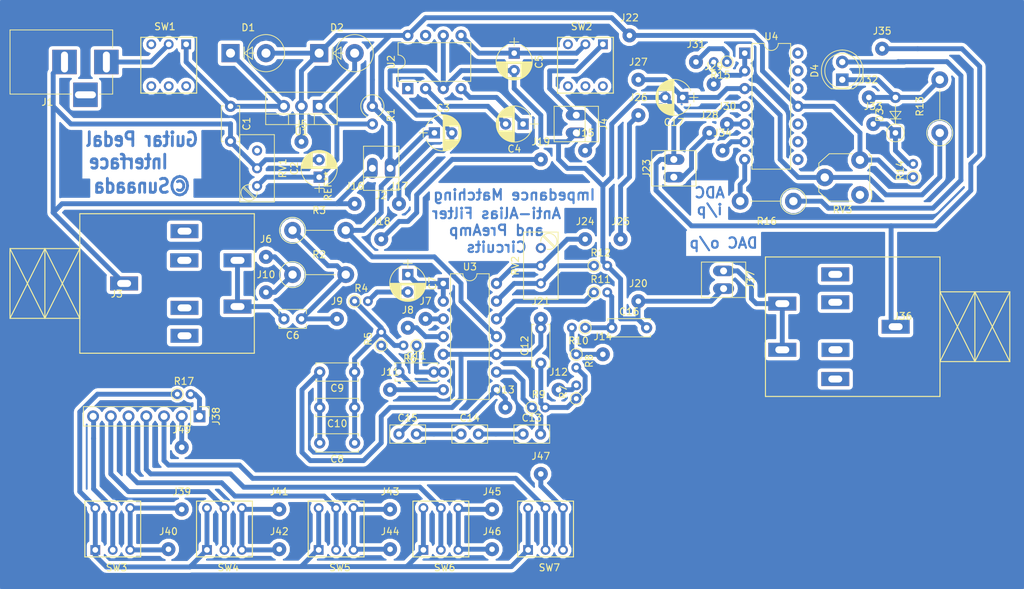
<source format=kicad_pcb>
(kicad_pcb (version 4) (host pcbnew 4.0.6-e0-6349~53~ubuntu16.04.1)
  (title_block (title "Guitar Processor Interface") (date 2017-04-08) (rev Rev3.0) (company "Sunaada Hebbar"))
  (layers (0 F.Cu signal) (31 B.Cu signal) (34 B.Paste user) (35 F.Paste user) (36 B.SilkS user) (37 F.SilkS user) (38 B.Mask user) (39 F.Mask user) (44 Edge.Cuts user))
  (net 0 "")
  (net 1 "Net-(C1-Pad1)")
  (net 2 "Net-(C2-Pad1)")
  (net 3 GNDREF)
  (net 4 "Net-(C4-Pad1)")
  (net 5 VCC)
  (net 6 VEE)
  (net 7 "Net-(C7-Pad1)")
  (net 8 "Net-(C13-Pad1)")
  (net 9 "Net-(C10-Pad1)")
  (net 10 "Net-(C11-Pad1)")
  (net 11 "Net-(C11-Pad2)")
  (net 12 "Net-(C14-Pad1)")
  (net 13 "Net-(C12-Pad1)")
  (net 14 "Net-(C5-Pad1)")
  (net 15 "Net-(C16-Pad1)")
  (net 16 "Net-(C17-Pad1)")
  (net 17 "Net-(D3-Pad1)")
  (net 18 "Net-(D4-Pad2)")
  (net 19 "Net-(RV3-Pad1)")
  (net 20 "Net-(C4-Pad2)")
  (net 21 "Net-(C6-Pad1)")
  (net 22 "Net-(C6-Pad2)")
  (net 23 "Net-(C7-Pad2)")
  (net 24 "Net-(C13-Pad2)")
  (net 25 "Net-(C15-Pad1)")
  (net 26 "Net-(J1-Pad1)")
  (net 27 "Net-(J1-Pad3)")
  (net 28 "Net-(J3-Pad6)")
  (net 29 "Net-(J3-Pad4)")
  (net 30 "Net-(J3-Pad5)")
  (net 31 "Net-(J23-Pad1)")
  (net 32 "Net-(R11-Pad1)")
  (net 33 "Net-(R12-Pad1)")
  (net 34 "Net-(R16-Pad2)")
  (net 35 "Net-(RV1-Pad3)")
  (net 36 "Net-(RV2-Pad1)")
  (net 37 "Net-(U2-Pad7)")
  (net 38 "Net-(J30-Pad1)")
  (net 39 "Net-(J36-Pad6)")
  (net 40 "Net-(J36-Pad4)")
  (net 41 "Net-(J36-Pad2)")
  (net 42 "Net-(J36-Pad5)")
  (net 43 "Net-(J38-Pad1)")
  (net 44 "Net-(J38-Pad2)")
  (net 45 "Net-(J38-Pad3)")
  (net 46 "Net-(J38-Pad4)")
  (net 47 "Net-(J38-Pad5)")
  (net 48 "Net-(J38-Pad6)")
  (net 49 "Net-(J38-Pad7)")
  (net 50 "Net-(R17-Pad1)")
  (module Wire_Pads:SolderWirePad_single_0-8mmDrill (layer F.Cu) (at 82.55 62.23 90)
    (fp_text reference REF** (at 0 -2.54 90) (layer F.SilkS))
    (fp_text value SolderWirePad_single_0-8mmDrill)
  )
  (module Capacitors_THT:CP_Radial_D5.0mm_P2.50mm (layer F.Cu) (at 78.74 60.96 90)
    (fp_text reference C2 (at 1.25 -3.56 90) (layer F.SilkS))
    (fp_text value CP_Small)
    (pad 1 thru_hole rect (at 0 0 90) (size 1.6 1.6) (drill 0.8) (layers *.Cu *.Mask) (net 2 "Net-(C2-Pad1)"))
    (pad 2 thru_hole circle (at 2.5 0 90) (size 1.6 1.6) (drill 0.8) (layers *.Cu *.Mask) (net 3 GNDREF))
  )
  (module Diodes_THT:D_DO-201_P5.08mm_Vertical_KathodeUp (layer F.Cu) (at 66.04 43.18)
    (fp_text reference D1 (at 2.54 -3.665) (layer F.SilkS))
    (fp_text value D)
    (pad 1 thru_hole rect (at 0 0) (size 2.6 2.6) (drill 1.3) (layers *.Cu *.Mask) (net 1 "Net-(C1-Pad1)"))
    (pad 2 thru_hole oval (at 5.08 0) (size 2.6 2.6) (drill 1.3) (layers *.Cu *.Mask) (net 5 VCC))
  )
  (module Diodes_THT:D_DO-201_P5.08mm_Vertical_KathodeUp (layer F.Cu) (at 78.74 43.18)
    (fp_text reference D2 (at 2.54 -3.665) (layer F.SilkS))
    (fp_text value D)
    (pad 1 thru_hole rect (at 0 0) (size 2.6 2.6) (drill 1.3) (layers *.Cu *.Mask) (net 5 VCC))
    (pad 2 thru_hole oval (at 5.08 0) (size 2.6 2.6) (drill 1.3) (layers *.Cu *.Mask) (net 2 "Net-(C2-Pad1)"))
  )
  (module Connectors:BARREL_JACK (layer F.Cu) (at 48.26 44.45)
    (fp_text reference J1 (at -8.45 5.75 180) (layer F.SilkS))
    (fp_text value BARREL_JACK)
    (pad 1 thru_hole rect (at 0 0) (size 3.5 3.5) (drill oval 1 3) (layers *.Cu *.Mask) (net 26 "Net-(J1-Pad1)"))
    (pad 2 thru_hole rect (at -6 0) (size 3.5 3.5) (drill oval 1 3) (layers *.Cu *.Mask) (net 3 GNDREF))
    (pad 3 thru_hole rect (at -3 4.7) (size 3.5 3.5) (drill oval 3 1) (layers *.Cu *.Mask) (net 27 "Net-(J1-Pad3)"))
  )
  (module Resistors_THT:R_Axial_DIN0309_L9.0mm_D3.2mm_P2.54mm_Vertical (layer F.Cu) (at 86.36 50.8 270)
    (fp_text reference R1 (at 1.27 -2.66 270) (layer F.SilkS))
    (fp_text value R)
    (pad 1 thru_hole circle (at 0 0 270) (size 1.6 1.6) (drill 0.8) (layers *.Cu *.Mask) (net 5 VCC))
    (pad 2 thru_hole oval (at 2.54 0 270) (size 1.6 1.6) (drill 0.8) (layers *.Cu *.Mask) (net 2 "Net-(C2-Pad1)"))
  )
  (module Potentiometers:Potentiometer_Trimmer_Bourns_3296W (layer F.Cu) (at 69.85 62.23 270)
    (fp_text reference RV1 (at -2.54 -3.66 270) (layer F.SilkS))
    (fp_text value POT_TRIM)
    (pad 1 thru_hole circle (at 0 0 270) (size 1.44 1.44) (drill 0.8) (layers *.Cu *.Mask) (net 2 "Net-(C2-Pad1)"))
    (pad 2 thru_hole circle (at -2.54 0 270) (size 1.44 1.44) (drill 0.8) (layers *.Cu *.Mask) (net 3 GNDREF))
    (pad 3 thru_hole circle (at -5.08 0 270) (size 1.44 1.44) (drill 0.8) (layers *.Cu *.Mask) (net 35 "Net-(RV1-Pad3)"))
  )
  (module TO_SOT_Packages_THT:TO-220_Vertical (layer F.Cu) (at 78.74 50.8 180)
    (fp_text reference U1 (at 2.54 -3.62 180) (layer F.SilkS))
    (fp_text value LM317T)
    (pad 1 thru_hole rect (at 0 0 180) (size 1.8 1.8) (drill 1) (layers *.Cu *.Mask) (net 2 "Net-(C2-Pad1)"))
    (pad 2 thru_hole oval (at 2.54 0 180) (size 1.8 1.8) (drill 1) (layers *.Cu *.Mask) (net 5 VCC))
    (pad 3 thru_hole oval (at 5.08 0 180) (size 1.8 1.8) (drill 1) (layers *.Cu *.Mask) (net 1 "Net-(C1-Pad1)"))
  )
  (module Capacitors_THT:CP_Radial_D5.0mm_P2.50mm (layer F.Cu) (at 107.95 53.34 180)
    (fp_text reference C4 (at 1.25 -3.56 180) (layer F.SilkS))
    (fp_text value CP)
    (pad 1 thru_hole rect (at 0 0 180) (size 1.6 1.6) (drill 0.8) (layers *.Cu *.Mask) (net 4 "Net-(C4-Pad1)"))
    (pad 2 thru_hole circle (at 2.5 0 180) (size 1.6 1.6) (drill 0.8) (layers *.Cu *.Mask) (net 20 "Net-(C4-Pad2)"))
  )
  (module Capacitors_THT:CP_Radial_D5.0mm_P2.50mm (layer F.Cu) (at 106.68 43.18 270)
    (fp_text reference C5 (at 1.25 -3.56 270) (layer F.SilkS))
    (fp_text value CP)
    (pad 1 thru_hole rect (at 0 0 270) (size 1.6 1.6) (drill 0.8) (layers *.Cu *.Mask) (net 14 "Net-(C5-Pad1)"))
    (pad 2 thru_hole circle (at 2.5 0 270) (size 1.6 1.6) (drill 0.8) (layers *.Cu *.Mask) (net 3 GNDREF))
  )
  (module Connectors:PINHEAD1-2 (layer F.Cu) (at 88.9 59.69 180)
    (fp_text reference J2 (at 1.27 -3.9 180) (layer F.SilkS))
    (fp_text value CONN_01X02)
    (pad 1 thru_hole oval (at 0 0 180) (size 1.51 3.01) (drill 1) (layers *.Cu *.Mask) (net 5 VCC))
    (pad 2 thru_hole oval (at 2.54 0 180) (size 1.51 3.01) (drill 1) (layers *.Cu *.Mask) (net 3 GNDREF))
  )
  (module Capacitors_THT:C_Disc_D3.8mm_W2.6mm_P2.50mm (layer F.Cu) (at 76.2 81.28 180)
    (fp_text reference C6 (at 1.25 -2.36 180) (layer F.SilkS))
    (fp_text value C)
    (pad 1 thru_hole circle (at 0 0 180) (size 1.6 1.6) (drill 0.8) (layers *.Cu *.Mask) (net 21 "Net-(C6-Pad1)"))
    (pad 2 thru_hole circle (at 2.5 0 180) (size 1.6 1.6) (drill 0.8) (layers *.Cu *.Mask) (net 22 "Net-(C6-Pad2)"))
  )
  (module Capacitors_THT:CP_Radial_D5.0mm_P2.50mm (layer F.Cu) (at 91.44 74.93 270)
    (fp_text reference C7 (at 1.25 -3.56 270) (layer F.SilkS))
    (fp_text value CP)
    (pad 1 thru_hole rect (at 0 0 270) (size 1.6 1.6) (drill 0.8) (layers *.Cu *.Mask) (net 7 "Net-(C7-Pad1)"))
    (pad 2 thru_hole circle (at 2.5 0 270) (size 1.6 1.6) (drill 0.8) (layers *.Cu *.Mask) (net 23 "Net-(C7-Pad2)"))
  )
  (module my_lib:Audio_Jack (layer F.Cu) (at 44.45 76.2)
    (fp_text reference J3 (at 5.3 1.5) (layer F.SilkS))
    (fp_text value JACK_TRS_6PINS)
    (pad 6 connect rect (at 22.5 -7.5) (size 4 2) (layers F.Cu F.Mask) (net 28 "Net-(J3-Pad6)"))
    (pad 9 connect rect (at 22.5 7.5) (size 4 2) (layers F.Cu F.Mask))
    (pad 4 thru_hole rect (at 14.97 -3.31) (size 4 2) (drill oval 2 1) (layers *.Cu *.Mask) (net 29 "Net-(J3-Pad4)"))
    (pad 1 thru_hole rect (at 6.35 0) (size 4 2) (drill oval 2 1) (layers *.Cu *.Mask) (net 3 GNDREF))
    (pad 2 thru_hole rect (at 22.59 -3.31) (size 4 2) (drill oval 2 1) (layers *.Cu *.Mask) (net 22 "Net-(C6-Pad2)"))
    (pad 3 thru_hole rect (at 22.59 3.31) (size 4 2) (drill oval 2 1) (layers *.Cu *.Mask) (net 22 "Net-(C6-Pad2)"))
    (pad 4 thru_hole rect (at 14.97 -3.31) (size 4 2) (drill oval 2 1) (layers *.Cu *.Mask) (net 29 "Net-(J3-Pad4)"))
    (pad 7 thru_hole rect (at 15 3.5) (size 4 2) (drill oval 2 1) (layers *.Cu *.Mask))
    (pad 5 thru_hole rect (at 15 -7.5) (size 4 2) (drill oval 2 1) (layers *.Cu *.Mask) (net 30 "Net-(J3-Pad5)"))
    (pad 8 thru_hole rect (at 15 7.5) (size 4 2) (drill oval 2 1) (layers *.Cu *.Mask))
  )
  (module Housings_DIP:DIP-14_W7.62mm (layer F.Cu) (at 96.52 76.2)
    (fp_text reference U3 (at 3.81 -2.39) (layer F.SilkS))
    (fp_text value OPA4228)
    (pad 1 thru_hole rect (at 0 0) (size 1.6 1.6) (drill 0.8) (layers *.Cu *.Mask) (net 7 "Net-(C7-Pad1)"))
    (pad 8 thru_hole oval (at 7.62 15.24) (size 1.6 1.6) (drill 0.8) (layers *.Cu *.Mask) (net 25 "Net-(C15-Pad1)"))
    (pad 2 thru_hole oval (at 0 2.54) (size 1.6 1.6) (drill 0.8) (layers *.Cu *.Mask) (net 7 "Net-(C7-Pad1)"))
    (pad 9 thru_hole oval (at 7.62 12.7) (size 1.6 1.6) (drill 0.8) (layers *.Cu *.Mask) (net 24 "Net-(C13-Pad2)"))
    (pad 3 thru_hole oval (at 0 5.08) (size 1.6 1.6) (drill 0.8) (layers *.Cu *.Mask) (net 21 "Net-(C6-Pad1)"))
    (pad 10 thru_hole oval (at 7.62 10.16) (size 1.6 1.6) (drill 0.8) (layers *.Cu *.Mask) (net 3 GNDREF))
    (pad 4 thru_hole oval (at 0 7.62) (size 1.6 1.6) (drill 0.8) (layers *.Cu *.Mask) (net 6 VEE))
    (pad 11 thru_hole oval (at 7.62 7.62) (size 1.6 1.6) (drill 0.8) (layers *.Cu *.Mask) (net 5 VCC))
    (pad 5 thru_hole oval (at 0 10.16) (size 1.6 1.6) (drill 0.8) (layers *.Cu *.Mask) (net 3 GNDREF))
    (pad 12 thru_hole oval (at 7.62 5.08) (size 1.6 1.6) (drill 0.8) (layers *.Cu *.Mask) (net 32 "Net-(R11-Pad1)"))
    (pad 6 thru_hole oval (at 0 12.7) (size 1.6 1.6) (drill 0.8) (layers *.Cu *.Mask) (net 11 "Net-(C11-Pad2)"))
    (pad 13 thru_hole oval (at 7.62 2.54) (size 1.6 1.6) (drill 0.8) (layers *.Cu *.Mask) (net 33 "Net-(R12-Pad1)"))
    (pad 7 thru_hole oval (at 0 15.24) (size 1.6 1.6) (drill 0.8) (layers *.Cu *.Mask) (net 10 "Net-(C11-Pad1)"))
    (pad 14 thru_hole oval (at 7.62 0) (size 1.6 1.6) (drill 0.8) (layers *.Cu *.Mask) (net 16 "Net-(C17-Pad1)"))
  )
  (module Resistors_THT:R_Axial_DIN0411_L9.9mm_D3.6mm_P7.62mm_Vertical (layer F.Cu) (at 74.93 74.93)
    (fp_text reference R2 (at 3.81 -2.86) (layer F.SilkS))
    (fp_text value R)
    (pad 1 thru_hole circle (at 0 0) (size 2.4 2.4) (drill 1.2) (layers *.Cu *.Mask) (net 6 VEE))
    (pad 2 thru_hole oval (at 7.62 0) (size 2.4 2.4) (drill 1.2) (layers *.Cu *.Mask) (net 21 "Net-(C6-Pad1)"))
  )
  (module Resistors_THT:R_Axial_DIN0411_L9.9mm_D3.6mm_P7.62mm_Vertical (layer F.Cu) (at 74.93 68.58)
    (fp_text reference R3 (at 3.81 -2.86) (layer F.SilkS))
    (fp_text value R)
    (pad 1 thru_hole circle (at 0 0) (size 2.4 2.4) (drill 1.2) (layers *.Cu *.Mask) (net 21 "Net-(C6-Pad1)"))
    (pad 2 thru_hole oval (at 7.62 0) (size 2.4 2.4) (drill 1.2) (layers *.Cu *.Mask) (net 5 VCC))
  )
  (module Resistors_THT:R_Axial_DIN0204_L3.6mm_D1.6mm_P1.90mm_Vertical (layer F.Cu) (at 83.82 78.74)
    (fp_text reference R4 (at 0.95 -1.86) (layer F.SilkS))
    (fp_text value R)
    (pad 1 thru_hole circle (at 0 0) (size 1.4 1.4) (drill 0.7) (layers *.Cu *.Mask) (net 9 "Net-(C10-Pad1)"))
    (pad 2 thru_hole oval (at 1.9 0) (size 1.4 1.4) (drill 0.7) (layers *.Cu *.Mask) (net 23 "Net-(C7-Pad2)"))
  )
  (module Resistors_THT:R_Axial_DIN0204_L3.6mm_D1.6mm_P1.90mm_Vertical (layer F.Cu) (at 87.63 85.09 90)
    (fp_text reference R5 (at 0.95 -1.86 90) (layer F.SilkS))
    (fp_text value R)
    (pad 1 thru_hole circle (at 0 0 90) (size 1.4 1.4) (drill 0.7) (layers *.Cu *.Mask) (net 10 "Net-(C11-Pad1)"))
    (pad 2 thru_hole oval (at 1.9 0 90) (size 1.4 1.4) (drill 0.7) (layers *.Cu *.Mask) (net 9 "Net-(C10-Pad1)"))
  )
  (module Resistors_THT:R_Axial_DIN0204_L3.6mm_D1.6mm_P1.90mm_Vertical (layer F.Cu) (at 92.71 85.09 180)
    (fp_text reference R6 (at 0.95 -1.86 180) (layer F.SilkS))
    (fp_text value R)
    (pad 1 thru_hole circle (at 0 0 180) (size 1.4 1.4) (drill 0.7) (layers *.Cu *.Mask) (net 11 "Net-(C11-Pad2)"))
    (pad 2 thru_hole oval (at 1.9 0 180) (size 1.4 1.4) (drill 0.7) (layers *.Cu *.Mask) (net 9 "Net-(C10-Pad1)"))
  )
  (module Resistors_THT:R_Axial_DIN0204_L3.6mm_D1.6mm_P1.90mm_Vertical (layer F.Cu) (at 115.57 92.71 90)
    (fp_text reference R7 (at 0.95 -1.86 90) (layer F.SilkS))
    (fp_text value R)
    (pad 1 thru_hole circle (at 0 0 90) (size 1.4 1.4) (drill 0.7) (layers *.Cu *.Mask) (net 13 "Net-(C12-Pad1)"))
    (pad 2 thru_hole oval (at 1.9 0 90) (size 1.4 1.4) (drill 0.7) (layers *.Cu *.Mask) (net 10 "Net-(C11-Pad1)"))
  )
  (module Resistors_THT:R_Axial_DIN0204_L3.6mm_D1.6mm_P1.90mm_Vertical (layer F.Cu) (at 115.57 86.36 270)
    (fp_text reference R8 (at 0.95 -1.86 270) (layer F.SilkS))
    (fp_text value R)
    (pad 1 thru_hole circle (at 0 0 270) (size 1.4 1.4) (drill 0.7) (layers *.Cu *.Mask) (net 25 "Net-(C15-Pad1)"))
    (pad 2 thru_hole oval (at 1.9 0 270) (size 1.4 1.4) (drill 0.7) (layers *.Cu *.Mask) (net 13 "Net-(C12-Pad1)"))
  )
  (module Resistors_THT:R_Axial_DIN0204_L3.6mm_D1.6mm_P1.90mm_Vertical (layer F.Cu) (at 109.22 93.98)
    (fp_text reference R9 (at 0.95 -1.86) (layer F.SilkS))
    (fp_text value R)
    (pad 1 thru_hole circle (at 0 0) (size 1.4 1.4) (drill 0.7) (layers *.Cu *.Mask) (net 24 "Net-(C13-Pad2)"))
    (pad 2 thru_hole oval (at 1.9 0) (size 1.4 1.4) (drill 0.7) (layers *.Cu *.Mask) (net 13 "Net-(C12-Pad1)"))
  )
  (module Capacitors_THT:C_Disc_D6.0mm_W2.5mm_P5.00mm (layer F.Cu) (at 83.82 99.06 180)
    (fp_text reference C8 (at 2.5 -2.31 180) (layer F.SilkS))
    (fp_text value C)
    (pad 1 thru_hole circle (at 0 0 180) (size 1.6 1.6) (drill 0.8) (layers *.Cu *.Mask) (net 9 "Net-(C10-Pad1)"))
    (pad 2 thru_hole circle (at 5 0 180) (size 1.6 1.6) (drill 0.8) (layers *.Cu *.Mask) (net 3 GNDREF))
  )
  (module Capacitors_THT:C_Disc_D6.0mm_W2.5mm_P5.00mm (layer F.Cu) (at 83.82 88.9 180)
    (fp_text reference C9 (at 2.5 -2.31 180) (layer F.SilkS))
    (fp_text value C)
    (pad 1 thru_hole circle (at 0 0 180) (size 1.6 1.6) (drill 0.8) (layers *.Cu *.Mask) (net 9 "Net-(C10-Pad1)"))
    (pad 2 thru_hole circle (at 5 0 180) (size 1.6 1.6) (drill 0.8) (layers *.Cu *.Mask) (net 3 GNDREF))
  )
  (module Buttons_Switches_THT:SW_PUSH_x2 (layer F.Cu) (at 59.69 41.91 180)
    (fp_text reference SW1 (at 3.048 2.54 180) (layer F.SilkS))
    (fp_text value R)
    (pad 1 thru_hole rect (at 0 0 180) (size 1.397 1.397) (drill 0.8128) (layers *.Cu *.Mask) (net 1 "Net-(C1-Pad1)"))
    (pad 2 thru_hole circle (at 2.5 0 180) (size 1.397 1.397) (drill 0.8128) (layers *.Cu *.Mask) (net 26 "Net-(J1-Pad1)"))
    (pad 3 thru_hole circle (at 5 0 180) (size 1.397 1.397) (drill 0.8128) (layers *.Cu *.Mask))
    (pad 4 thru_hole circle (at 5 -6 180) (size 1.397 1.397) (drill 0.8128) (layers *.Cu *.Mask))
    (pad 5 thru_hole circle (at 2.5 -6 180) (size 1.397 1.397) (drill 0.8128) (layers *.Cu *.Mask))
    (pad 6 thru_hole circle (at 0 -6 180) (size 1.397 1.397) (drill 0.8128) (layers *.Cu *.Mask))
  )
  (module Buttons_Switches_THT:SW_PUSH_x2 (layer F.Cu) (at 119.38 41.91 180)
    (fp_text reference SW2 (at 3.048 2.54 180) (layer F.SilkS))
    (fp_text value R)
    (pad 1 thru_hole rect (at 0 0 180) (size 1.397 1.397) (drill 0.8128) (layers *.Cu *.Mask) (net 6 VEE))
    (pad 2 thru_hole circle (at 2.5 0 180) (size 1.397 1.397) (drill 0.8128) (layers *.Cu *.Mask) (net 14 "Net-(C5-Pad1)"))
    (pad 3 thru_hole circle (at 5 0 180) (size 1.397 1.397) (drill 0.8128) (layers *.Cu *.Mask))
    (pad 4 thru_hole circle (at 5 -6 180) (size 1.397 1.397) (drill 0.8128) (layers *.Cu *.Mask))
    (pad 5 thru_hole circle (at 2.5 -6 180) (size 1.397 1.397) (drill 0.8128) (layers *.Cu *.Mask))
    (pad 6 thru_hole circle (at 0 -6 180) (size 1.397 1.397) (drill 0.8128) (layers *.Cu *.Mask))
  )
  (module Connectors:PINHEAD1-2 (layer F.Cu) (at 115.57 52.07 270)
    (fp_text reference J4 (at 1.27 -3.9 270) (layer F.SilkS))
    (fp_text value CONN_01X02)
    (pad 1 thru_hole oval (at 0 0 270) (size 1.51 3.01) (drill 1) (layers *.Cu *.Mask) (net 6 VEE))
    (pad 2 thru_hole oval (at 2.54 0 270) (size 1.51 3.01) (drill 1) (layers *.Cu *.Mask) (net 3 GNDREF))
  )
  (module Capacitors_THT:C_Disc_D6.0mm_W2.5mm_P5.00mm (layer F.Cu) (at 120.65 82.55)
    (fp_text reference C16 (at 2.5 -2.31) (layer F.SilkS))
    (fp_text value C)
    (pad 1 thru_hole circle (at 0 0) (size 1.6 1.6) (drill 0.8) (layers *.Cu *.Mask) (net 15 "Net-(C16-Pad1)"))
    (pad 2 thru_hole circle (at 5 0) (size 1.6 1.6) (drill 0.8) (layers *.Cu *.Mask) (net 3 GNDREF))
  )
  (module Resistors_THT:R_Axial_DIN0204_L3.6mm_D1.6mm_P1.90mm_Vertical (layer F.Cu) (at 116.84 82.55 180)
    (fp_text reference R10 (at 0.95 -1.86 180) (layer F.SilkS))
    (fp_text value R)
    (pad 1 thru_hole circle (at 0 0 180) (size 1.4 1.4) (drill 0.7) (layers *.Cu *.Mask) (net 15 "Net-(C16-Pad1)"))
    (pad 2 thru_hole oval (at 1.9 0 180) (size 1.4 1.4) (drill 0.7) (layers *.Cu *.Mask) (net 25 "Net-(C15-Pad1)"))
  )
  (module Resistors_THT:R_Axial_DIN0204_L3.6mm_D1.6mm_P1.90mm_Vertical (layer F.Cu) (at 118.11 77.47)
    (fp_text reference R11 (at 0.95 -1.86) (layer F.SilkS))
    (fp_text value R)
    (pad 1 thru_hole circle (at 0 0) (size 1.4 1.4) (drill 0.7) (layers *.Cu *.Mask) (net 32 "Net-(R11-Pad1)"))
    (pad 2 thru_hole oval (at 1.9 0) (size 1.4 1.4) (drill 0.7) (layers *.Cu *.Mask) (net 15 "Net-(C16-Pad1)"))
  )
  (module Resistors_THT:R_Axial_DIN0204_L3.6mm_D1.6mm_P1.90mm_Vertical (layer F.Cu) (at 118.11 73.66)
    (fp_text reference R12 (at 0.95 -1.86) (layer F.SilkS))
    (fp_text value R)
    (pad 1 thru_hole circle (at 0 0) (size 1.4 1.4) (drill 0.7) (layers *.Cu *.Mask) (net 33 "Net-(R12-Pad1)"))
    (pad 2 thru_hole oval (at 1.9 0) (size 1.4 1.4) (drill 0.7) (layers *.Cu *.Mask) (net 3 GNDREF))
  )
  (module Potentiometers:Potentiometer_Trimmer_Bourns_3296W (layer F.Cu) (at 110.49 71.12 90)
    (fp_text reference RV2 (at -2.54 -3.66 90) (layer F.SilkS))
    (fp_text value POT_TRIM)
    (pad 1 thru_hole circle (at 0 0 90) (size 1.44 1.44) (drill 0.8) (layers *.Cu *.Mask) (net 36 "Net-(RV2-Pad1)"))
    (pad 2 thru_hole circle (at -2.54 0 90) (size 1.44 1.44) (drill 0.8) (layers *.Cu *.Mask) (net 16 "Net-(C17-Pad1)"))
    (pad 3 thru_hole circle (at -5.08 0 90) (size 1.44 1.44) (drill 0.8) (layers *.Cu *.Mask) (net 33 "Net-(R12-Pad1)"))
  )
  (module Wire_Pads:SolderWirePad_single_0-8mmDrill (layer F.Cu) (at 76.2 55.88)
    (fp_text reference J5 (at 0 -2.54) (layer F.SilkS))
    (fp_text value CONN_01X01)
    (pad 1 thru_hole circle (at 0 0) (size 1.99898 1.99898) (drill 0.8001) (layers *.Cu *.Mask) (net 5 VCC))
  )
  (module Wire_Pads:SolderWirePad_single_0-8mmDrill (layer F.Cu) (at 71.12 72.39)
    (fp_text reference J6 (at 0 -2.54) (layer F.SilkS))
    (fp_text value CONN_01X01)
    (pad 1 thru_hole circle (at 0 0) (size 1.99898 1.99898) (drill 0.8001) (layers *.Cu *.Mask) (net 6 VEE))
  )
  (module Wire_Pads:SolderWirePad_single_0-8mmDrill (layer F.Cu) (at 93.98 81.28)
    (fp_text reference J7 (at 0 -2.54) (layer F.SilkS))
    (fp_text value CONN_01X01)
    (pad 1 thru_hole circle (at 0 0) (size 1.99898 1.99898) (drill 0.8001) (layers *.Cu *.Mask) (net 21 "Net-(C6-Pad1)"))
  )
  (module Wire_Pads:SolderWirePad_single_0-8mmDrill (layer F.Cu) (at 91.44 82.55)
    (fp_text reference J8 (at 0 -2.54) (layer F.SilkS))
    (fp_text value CONN_01X01)
    (pad 1 thru_hole circle (at 0 0) (size 1.99898 1.99898) (drill 0.8001) (layers *.Cu *.Mask) (net 6 VEE))
  )
  (module Wire_Pads:SolderWirePad_single_0-8mmDrill (layer F.Cu) (at 81.28 81.28)
    (fp_text reference J9 (at 0 -2.54) (layer F.SilkS))
    (fp_text value CONN_01X01)
    (pad 1 thru_hole circle (at 0 0) (size 1.99898 1.99898) (drill 0.8001) (layers *.Cu *.Mask) (net 21 "Net-(C6-Pad1)"))
  )
  (module Wire_Pads:SolderWirePad_single_0-8mmDrill (layer F.Cu) (at 71.12 77.47)
    (fp_text reference J10 (at 0 -2.54) (layer F.SilkS))
    (fp_text value CONN_01X01)
    (pad 1 thru_hole circle (at 0 0) (size 1.99898 1.99898) (drill 0.8001) (layers *.Cu *.Mask) (net 6 VEE))
  )
  (module Wire_Pads:SolderWirePad_single_0-8mmDrill (layer F.Cu) (at 88.9 91.44)
    (fp_text reference J11 (at 0 -2.54) (layer F.SilkS))
    (fp_text value CONN_01X01)
    (pad 1 thru_hole circle (at 0 0) (size 1.99898 1.99898) (drill 0.8001) (layers *.Cu *.Mask) (net 10 "Net-(C11-Pad1)"))
  )
  (module Wire_Pads:SolderWirePad_single_0-8mmDrill (layer F.Cu) (at 113.03 91.44)
    (fp_text reference J12 (at 0 -2.54) (layer F.SilkS))
    (fp_text value CONN_01X01)
    (pad 1 thru_hole circle (at 0 0) (size 1.99898 1.99898) (drill 0.8001) (layers *.Cu *.Mask) (net 10 "Net-(C11-Pad1)"))
  )
  (module Wire_Pads:SolderWirePad_single_0-8mmDrill (layer F.Cu) (at 105.41 93.98)
    (fp_text reference J13 (at 0 -2.54) (layer F.SilkS))
    (fp_text value CONN_01X01)
    (pad 1 thru_hole circle (at 0 0) (size 1.99898 1.99898) (drill 0.8001) (layers *.Cu *.Mask) (net 25 "Net-(C15-Pad1)"))
  )
  (module Wire_Pads:SolderWirePad_single_0-8mmDrill (layer F.Cu) (at 119.38 86.36)
    (fp_text reference J14 (at 0 -2.54) (layer F.SilkS))
    (fp_text value CONN_01X01)
    (pad 1 thru_hole circle (at 0 0) (size 1.99898 1.99898) (drill 0.8001) (layers *.Cu *.Mask) (net 25 "Net-(C15-Pad1)"))
  )
  (module Wire_Pads:SolderWirePad_single_0-8mmDrill (layer F.Cu) (at 116.84 57.15)
    (fp_text reference J15 (at 0 -2.54) (layer F.SilkS))
    (fp_text value CONN_01X01)
    (pad 1 thru_hole circle (at 0 0) (size 1.99898 1.99898) (drill 0.8001) (layers *.Cu *.Mask) (net 6 VEE))
  )
  (module Wire_Pads:SolderWirePad_single_0-8mmDrill (layer F.Cu) (at 90.17 64.77)
    (fp_text reference J17 (at 0 -2.54) (layer F.SilkS))
    (fp_text value CONN_01X01)
    (pad 1 thru_hole circle (at 0 0) (size 1.99898 1.99898) (drill 0.8001) (layers *.Cu *.Mask) (net 3 GNDREF))
  )
  (module Wire_Pads:SolderWirePad_single_0-8mmDrill (layer F.Cu) (at 87.63 69.85)
    (fp_text reference J18 (at 0 -2.54) (layer F.SilkS))
    (fp_text value CONN_01X01)
    (pad 1 thru_hole circle (at 0 0) (size 1.99898 1.99898) (drill 0.8001) (layers *.Cu *.Mask) (net 6 VEE))
  )
  (module Wire_Pads:SolderWirePad_single_0-8mmDrill (layer F.Cu) (at 110.49 58.42)
    (fp_text reference J19 (at 0 -2.54) (layer F.SilkS))
    (fp_text value CONN_01X01)
    (pad 1 thru_hole circle (at 0 0) (size 1.99898 1.99898) (drill 0.8001) (layers *.Cu *.Mask) (net 6 VEE))
  )
  (module Wire_Pads:SolderWirePad_single_0-8mmDrill (layer F.Cu) (at 83.82 64.77)
    (fp_text reference J16 (at 0 -2.54) (layer F.SilkS))
    (fp_text value CONN_01X01)
    (pad 1 thru_hole circle (at 0 0) (size 1.99898 1.99898) (drill 0.8001) (layers *.Cu *.Mask) (net 3 GNDREF))
  )
  (module Wire_Pads:SolderWirePad_single_0-8mmDrill (layer F.Cu) (at 124.46 78.74)
    (fp_text reference J20 (at 0 -2.54) (layer F.SilkS))
    (fp_text value CONN_01X01)
    (pad 1 thru_hole circle (at 0 0) (size 1.99898 1.99898) (drill 0.8001) (layers *.Cu *.Mask) (net 3 GNDREF))
  )
  (module Wire_Pads:SolderWirePad_single_0-8mmDrill (layer F.Cu) (at 110.49 81.28)
    (fp_text reference J21 (at 0 -2.54) (layer F.SilkS))
    (fp_text value CONN_01X01)
    (pad 1 thru_hole circle (at 0 0) (size 1.99898 1.99898) (drill 0.8001) (layers *.Cu *.Mask) (net 3 GNDREF))
  )
  (module Wire_Pads:SolderWirePad_single_0-8mmDrill (layer F.Cu) (at 123.19 40.64)
    (fp_text reference J22 (at 0 -2.54) (layer F.SilkS))
    (fp_text value CONN_01X01)
    (pad 1 thru_hole circle (at 0 0) (size 1.99898 1.99898) (drill 0.8001) (layers *.Cu *.Mask) (net 5 VCC))
  )
  (module Diodes_THT:D_DO-35_SOD27_P5.08mm_Vertical_AnodeUp (layer F.Cu) (at 161.29 54.61 90)
    (fp_text reference D3 (at 2.54 -2.266371 90) (layer F.SilkS))
    (fp_text value D_Zener)
    (pad 1 thru_hole rect (at 0 0 90) (size 1.6 1.6) (drill 0.8) (layers *.Cu *.Mask) (net 17 "Net-(D3-Pad1)"))
    (pad 2 thru_hole oval (at 5.08 0 90) (size 1.6 1.6) (drill 0.8) (layers *.Cu *.Mask) (net 3 GNDREF))
  )
  (module LEDs:LED_D5.0mm (layer F.Cu) (at 153.67 46.99 90)
    (fp_text reference D4 (at 1.27 -3.96 90) (layer F.SilkS))
    (fp_text value LED)
    (pad 1 thru_hole rect (at 0 0 90) (size 1.8 1.8) (drill 0.9) (layers *.Cu *.Mask) (net 3 GNDREF))
    (pad 2 thru_hole circle (at 2.54 0 90) (size 1.8 1.8) (drill 0.9) (layers *.Cu *.Mask) (net 18 "Net-(D4-Pad2)"))
  )
  (module Connectors:PINHEAD1-2 (layer F.Cu) (at 129.54 60.96 90)
    (fp_text reference J23 (at 1.27 -3.9 90) (layer F.SilkS))
    (fp_text value CONN_01X02)
    (pad 1 thru_hole oval (at 0 0 90) (size 1.51 3.01) (drill 1) (layers *.Cu *.Mask) (net 31 "Net-(J23-Pad1)"))
    (pad 2 thru_hole oval (at 2.54 0 90) (size 1.51 3.01) (drill 1) (layers *.Cu *.Mask) (net 3 GNDREF))
  )
  (module Resistors_THT:R_Axial_DIN0411_L9.9mm_D3.6mm_P7.62mm_Vertical (layer F.Cu) (at 167.64 54.61 90)
    (fp_text reference R13 (at 3.81 -2.86 90) (layer F.SilkS))
    (fp_text value R)
    (pad 1 thru_hole circle (at 0 0 90) (size 2.4 2.4) (drill 1.2) (layers *.Cu *.Mask) (net 16 "Net-(C17-Pad1)"))
    (pad 2 thru_hole oval (at 7.62 0 90) (size 2.4 2.4) (drill 1.2) (layers *.Cu *.Mask) (net 3 GNDREF))
  )
  (module Resistors_THT:R_Axial_DIN0204_L3.6mm_D1.6mm_P1.90mm_Vertical (layer F.Cu) (at 163.83 60.96 90)
    (fp_text reference R14 (at 0.95 -1.86 90) (layer F.SilkS))
    (fp_text value R)
    (pad 1 thru_hole circle (at 0 0 90) (size 1.4 1.4) (drill 0.7) (layers *.Cu *.Mask) (net 5 VCC))
    (pad 2 thru_hole oval (at 1.9 0 90) (size 1.4 1.4) (drill 0.7) (layers *.Cu *.Mask) (net 17 "Net-(D3-Pad1)"))
  )
  (module Resistors_THT:R_Axial_DIN0204_L3.6mm_D1.6mm_P1.90mm_Vertical (layer F.Cu) (at 137.16 44.45 180)
    (fp_text reference R15 (at 0.95 -1.86 180) (layer F.SilkS))
    (fp_text value R)
    (pad 1 thru_hole circle (at 0 0 180) (size 1.4 1.4) (drill 0.7) (layers *.Cu *.Mask) (net 38 "Net-(J30-Pad1)"))
    (pad 2 thru_hole oval (at 1.9 0 180) (size 1.4 1.4) (drill 0.7) (layers *.Cu *.Mask) (net 31 "Net-(J23-Pad1)"))
  )
  (module Housings_DIP:DIP-14_W7.62mm (layer F.Cu) (at 139.7 43.18)
    (fp_text reference U4 (at 3.81 -2.39) (layer F.SilkS))
    (fp_text value LM324)
    (pad 1 thru_hole rect (at 0 0) (size 1.6 1.6) (drill 0.8) (layers *.Cu *.Mask) (net 31 "Net-(J23-Pad1)"))
    (pad 8 thru_hole oval (at 7.62 15.24) (size 1.6 1.6) (drill 0.8) (layers *.Cu *.Mask))
    (pad 2 thru_hole oval (at 0 2.54) (size 1.6 1.6) (drill 0.8) (layers *.Cu *.Mask) (net 31 "Net-(J23-Pad1)"))
    (pad 9 thru_hole oval (at 7.62 12.7) (size 1.6 1.6) (drill 0.8) (layers *.Cu *.Mask))
    (pad 3 thru_hole oval (at 0 5.08) (size 1.6 1.6) (drill 0.8) (layers *.Cu *.Mask) (net 16 "Net-(C17-Pad1)"))
    (pad 10 thru_hole oval (at 7.62 10.16) (size 1.6 1.6) (drill 0.8) (layers *.Cu *.Mask))
    (pad 4 thru_hole oval (at 0 7.62) (size 1.6 1.6) (drill 0.8) (layers *.Cu *.Mask) (net 3 GNDREF))
    (pad 11 thru_hole oval (at 7.62 7.62) (size 1.6 1.6) (drill 0.8) (layers *.Cu *.Mask) (net 5 VCC))
    (pad 5 thru_hole oval (at 0 10.16) (size 1.6 1.6) (drill 0.8) (layers *.Cu *.Mask) (net 38 "Net-(J30-Pad1)"))
    (pad 12 thru_hole oval (at 7.62 5.08) (size 1.6 1.6) (drill 0.8) (layers *.Cu *.Mask))
    (pad 6 thru_hole oval (at 0 12.7) (size 1.6 1.6) (drill 0.8) (layers *.Cu *.Mask) (net 17 "Net-(D3-Pad1)"))
    (pad 13 thru_hole oval (at 7.62 2.54) (size 1.6 1.6) (drill 0.8) (layers *.Cu *.Mask))
    (pad 7 thru_hole oval (at 0 15.24) (size 1.6 1.6) (drill 0.8) (layers *.Cu *.Mask) (net 34 "Net-(R16-Pad2)"))
    (pad 14 thru_hole oval (at 7.62 0) (size 1.6 1.6) (drill 0.8) (layers *.Cu *.Mask))
  )
  (module Potentiometers:Potentiometer_Triwood_RM-065 (layer F.Cu) (at 156.21 63.5 90)
    (fp_text reference RV3 (at -2.1 -2.5 180) (layer F.SilkS))
    (fp_text value POT_TRIM)
    (pad 2 thru_hole circle (at 2.5 -5.04 90) (size 2.5 2.5) (drill 1.2) (layers *.Cu *.Mask) (net 16 "Net-(C17-Pad1)"))
    (pad 3 thru_hole circle (at 5 0 90) (size 2.5 2.5) (drill 1.2) (layers *.Cu *.Mask) (net 5 VCC))
    (pad 1 thru_hole circle (at 0 0 90) (size 2.5 2.5) (drill 1.2) (layers *.Cu *.Mask) (net 19 "Net-(RV3-Pad1)"))
  )
  (module Wire_Pads:SolderWirePad_single_0-8mmDrill (layer F.Cu) (at 116.84 69.85)
    (fp_text reference J24 (at 0 -2.54) (layer F.SilkS))
    (fp_text value CONN_01X01)
    (pad 1 thru_hole circle (at 0 0) (size 1.99898 1.99898) (drill 0.8001) (layers *.Cu *.Mask) (net 16 "Net-(C17-Pad1)"))
  )
  (module Wire_Pads:SolderWirePad_single_0-8mmDrill (layer F.Cu) (at 121.92 69.85)
    (fp_text reference J25 (at 0 -2.54) (layer F.SilkS))
    (fp_text value CONN_01X01)
    (pad 1 thru_hole circle (at 0 0) (size 1.99898 1.99898) (drill 0.8001) (layers *.Cu *.Mask) (net 16 "Net-(C17-Pad1)"))
  )
  (module Wire_Pads:SolderWirePad_single_0-8mmDrill (layer F.Cu) (at 124.46 52.07)
    (fp_text reference J26 (at 0 -2.54) (layer F.SilkS))
    (fp_text value CONN_01X01)
    (pad 1 thru_hole circle (at 0 0) (size 1.99898 1.99898) (drill 0.8001) (layers *.Cu *.Mask) (net 16 "Net-(C17-Pad1)"))
  )
  (module Wire_Pads:SolderWirePad_single_0-8mmDrill (layer F.Cu) (at 124.46 46.99)
    (fp_text reference J27 (at 0 -2.54) (layer F.SilkS))
    (fp_text value CONN_01X01)
    (pad 1 thru_hole circle (at 0 0) (size 1.99898 1.99898) (drill 0.8001) (layers *.Cu *.Mask) (net 16 "Net-(C17-Pad1)"))
  )
  (module Wire_Pads:SolderWirePad_single_0-8mmDrill (layer F.Cu) (at 134.62 54.61)
    (fp_text reference J28 (at 0 -2.54) (layer F.SilkS))
    (fp_text value CONN_01X01)
    (pad 1 thru_hole circle (at 0 0) (size 1.99898 1.99898) (drill 0.8001) (layers *.Cu *.Mask) (net 31 "Net-(J23-Pad1)"))
  )
  (module Wire_Pads:SolderWirePad_single_0-8mmDrill (layer F.Cu) (at 135.255 47.625)
    (fp_text reference J29 (at 0 -2.54) (layer F.SilkS))
    (fp_text value CONN_01X01)
    (pad 1 thru_hole circle (at 0 0) (size 1.99898 1.99898) (drill 0.8001) (layers *.Cu *.Mask) (net 31 "Net-(J23-Pad1)"))
  )
  (module Wire_Pads:SolderWirePad_single_0-8mmDrill (layer F.Cu) (at 137.16 53.34)
    (fp_text reference J30 (at 0 -2.54) (layer F.SilkS))
    (fp_text value CONN_01X01)
    (pad 1 thru_hole circle (at 0 0) (size 1.99898 1.99898) (drill 0.8001) (layers *.Cu *.Mask) (net 38 "Net-(J30-Pad1)"))
  )
  (module Wire_Pads:SolderWirePad_single_0-8mmDrill (layer F.Cu) (at 132.715 44.45)
    (fp_text reference J31 (at 0 -2.54) (layer F.SilkS))
    (fp_text value CONN_01X01)
    (pad 1 thru_hole circle (at 0 0) (size 1.99898 1.99898) (drill 0.8001) (layers *.Cu *.Mask) (net 38 "Net-(J30-Pad1)"))
  )
  (module Wire_Pads:SolderWirePad_single_0-8mmDrill (layer F.Cu) (at 157.48 49.53)
    (fp_text reference J32 (at 0 -2.54) (layer F.SilkS))
    (fp_text value CONN_01X01)
    (pad 1 thru_hole circle (at 0 0) (size 1.99898 1.99898) (drill 0.8001) (layers *.Cu *.Mask) (net 3 GNDREF))
  )
  (module Wire_Pads:SolderWirePad_single_0-8mmDrill (layer F.Cu) (at 158.115 53.34)
    (fp_text reference J33 (at 0 -2.54) (layer F.SilkS))
    (fp_text value CONN_01X01)
    (pad 1 thru_hole circle (at 0 0) (size 1.99898 1.99898) (drill 0.8001) (layers *.Cu *.Mask) (net 17 "Net-(D3-Pad1)"))
  )
  (module Wire_Pads:SolderWirePad_single_0-8mmDrill (layer F.Cu) (at 136.525 57.15)
    (fp_text reference J34 (at 0 -2.54) (layer F.SilkS))
    (fp_text value CONN_01X01)
    (pad 1 thru_hole circle (at 0 0) (size 1.99898 1.99898) (drill 0.8001) (layers *.Cu *.Mask) (net 17 "Net-(D3-Pad1)"))
  )
  (module Wire_Pads:SolderWirePad_single_0-8mmDrill (layer F.Cu) (at 159.385 42.545)
    (fp_text reference J35 (at 0 -2.54) (layer F.SilkS))
    (fp_text value CONN_01X01)
    (pad 1 thru_hole circle (at 0 0) (size 1.99898 1.99898) (drill 0.8001) (layers *.Cu *.Mask) (net 3 GNDREF))
  )
  (module Capacitors_THT:C_Disc_D6.0mm_W2.5mm_P5.00mm (layer F.Cu) (at 83.82 93.98 180)
    (fp_text reference C10 (at 2.5 -2.31 180) (layer F.SilkS))
    (fp_text value C)
    (pad 1 thru_hole circle (at 0 0 180) (size 1.6 1.6) (drill 0.8) (layers *.Cu *.Mask) (net 9 "Net-(C10-Pad1)"))
    (pad 2 thru_hole circle (at 5 0 180) (size 1.6 1.6) (drill 0.8) (layers *.Cu *.Mask) (net 3 GNDREF))
  )
  (module Capacitors_THT:C_Disc_D6.0mm_W2.5mm_P5.00mm (layer F.Cu) (at 90.17 88.9)
    (fp_text reference C11 (at 2.5 -2.31) (layer F.SilkS))
    (fp_text value C)
    (pad 1 thru_hole circle (at 0 0) (size 1.6 1.6) (drill 0.8) (layers *.Cu *.Mask) (net 10 "Net-(C11-Pad1)"))
    (pad 2 thru_hole circle (at 5 0) (size 1.6 1.6) (drill 0.8) (layers *.Cu *.Mask) (net 11 "Net-(C11-Pad2)"))
  )
  (module Capacitors_THT:C_Disc_D6.0mm_W2.5mm_P5.00mm (layer F.Cu) (at 110.49 87.63 90)
    (fp_text reference C12 (at 2.5 -2.31 90) (layer F.SilkS))
    (fp_text value C)
    (pad 1 thru_hole circle (at 0 0 90) (size 1.6 1.6) (drill 0.8) (layers *.Cu *.Mask) (net 13 "Net-(C12-Pad1)"))
    (pad 2 thru_hole circle (at 5 0 90) (size 1.6 1.6) (drill 0.8) (layers *.Cu *.Mask) (net 3 GNDREF))
  )
  (module Capacitors_THT:C_Disc_D5.0mm_W2.5mm_P2.50mm (layer F.Cu) (at 107.95 97.79)
    (fp_text reference C13 (at 1.25 -2.31) (layer F.SilkS))
    (fp_text value C)
    (pad 1 thru_hole circle (at 0 0) (size 1.6 1.6) (drill 0.8) (layers *.Cu *.Mask) (net 8 "Net-(C13-Pad1)"))
    (pad 2 thru_hole circle (at 2.5 0) (size 1.6 1.6) (drill 0.8) (layers *.Cu *.Mask) (net 24 "Net-(C13-Pad2)"))
  )
  (module Capacitors_THT:C_Disc_D5.0mm_W2.5mm_P2.50mm (layer F.Cu) (at 99.06 97.79)
    (fp_text reference C14 (at 1.25 -2.31) (layer F.SilkS))
    (fp_text value C)
    (pad 1 thru_hole circle (at 0 0) (size 1.6 1.6) (drill 0.8) (layers *.Cu *.Mask) (net 12 "Net-(C14-Pad1)"))
    (pad 2 thru_hole circle (at 2.5 0) (size 1.6 1.6) (drill 0.8) (layers *.Cu *.Mask) (net 8 "Net-(C13-Pad1)"))
  )
  (module Capacitors_THT:C_Disc_D5.0mm_W2.5mm_P2.50mm (layer F.Cu) (at 90.17 97.79)
    (fp_text reference C15 (at 1.25 -2.31) (layer F.SilkS))
    (fp_text value C)
    (pad 1 thru_hole circle (at 0 0) (size 1.6 1.6) (drill 0.8) (layers *.Cu *.Mask) (net 25 "Net-(C15-Pad1)"))
    (pad 2 thru_hole circle (at 2.5 0) (size 1.6 1.6) (drill 0.8) (layers *.Cu *.Mask) (net 12 "Net-(C14-Pad1)"))
  )
  (module Capacitors_THT:CP_Radial_D5.0mm_P2.50mm (layer F.Cu) (at 130.81 49.53 180)
    (fp_text reference C17 (at 1.25 -3.56 180) (layer F.SilkS))
    (fp_text value CP)
    (pad 1 thru_hole rect (at 0 0 180) (size 1.6 1.6) (drill 0.8) (layers *.Cu *.Mask) (net 16 "Net-(C17-Pad1)"))
    (pad 2 thru_hole circle (at 2.5 0 180) (size 1.6 1.6) (drill 0.8) (layers *.Cu *.Mask) (net 3 GNDREF))
  )
  (module Capacitors_THT:C_Disc_D5.0mm_W2.5mm_P5.00mm (layer F.Cu) (at 66.04 50.8 270)
    (fp_text reference C1 (at 2.5 -2.31 270) (layer F.SilkS))
    (fp_text value C)
    (pad 1 thru_hole circle (at 0 0 270) (size 1.6 1.6) (drill 0.8) (layers *.Cu *.Mask) (net 1 "Net-(C1-Pad1)"))
    (pad 2 thru_hole circle (at 5 0 270) (size 1.6 1.6) (drill 0.8) (layers *.Cu *.Mask) (net 3 GNDREF))
  )
  (module Capacitors_THT:CP_Radial_D5.0mm_P2.50mm (layer F.Cu) (at 95.25 54.61)
    (fp_text reference C3 (at 1.25 -3.56) (layer F.SilkS))
    (fp_text value CP)
    (pad 1 thru_hole rect (at 0 0) (size 1.6 1.6) (drill 0.8) (layers *.Cu *.Mask) (net 5 VCC))
    (pad 2 thru_hole circle (at 2.5 0) (size 1.6 1.6) (drill 0.8) (layers *.Cu *.Mask) (net 3 GNDREF))
  )
  (module Housings_DIP:DIP-8_W7.62mm (layer F.Cu) (at 91.44 48.26 90)
    (fp_text reference U2 (at 3.81 -2.39 90) (layer F.SilkS))
    (fp_text value TC7660)
    (pad 1 thru_hole rect (at 0 0 90) (size 1.6 1.6) (drill 0.8) (layers *.Cu *.Mask))
    (pad 5 thru_hole oval (at 7.62 7.62 90) (size 1.6 1.6) (drill 0.8) (layers *.Cu *.Mask) (net 14 "Net-(C5-Pad1)"))
    (pad 2 thru_hole oval (at 0 2.54 90) (size 1.6 1.6) (drill 0.8) (layers *.Cu *.Mask) (net 20 "Net-(C4-Pad2)"))
    (pad 6 thru_hole oval (at 7.62 5.08 90) (size 1.6 1.6) (drill 0.8) (layers *.Cu *.Mask) (net 3 GNDREF))
    (pad 3 thru_hole oval (at 0 5.08 90) (size 1.6 1.6) (drill 0.8) (layers *.Cu *.Mask) (net 3 GNDREF))
    (pad 7 thru_hole oval (at 7.62 2.54 90) (size 1.6 1.6) (drill 0.8) (layers *.Cu *.Mask) (net 37 "Net-(U2-Pad7)"))
    (pad 4 thru_hole oval (at 0 7.62 90) (size 1.6 1.6) (drill 0.8) (layers *.Cu *.Mask) (net 4 "Net-(C4-Pad1)"))
    (pad 8 thru_hole oval (at 7.62 0 90) (size 1.6 1.6) (drill 0.8) (layers *.Cu *.Mask) (net 5 VCC))
  )
  (module my_lib:Audio_Jack (layer F.Cu) (at 167.67 82.4 180)
    (fp_text reference J36 (at 5.3 1.5 180) (layer F.SilkS))
    (fp_text value JACK_TRS_6PINS)
    (pad 6 connect rect (at 22.5 -7.5 180) (size 4 2) (layers F.Cu F.Mask) (net 39 "Net-(J36-Pad6)"))
    (pad 9 connect rect (at 22.5 7.5 180) (size 4 2) (layers F.Cu F.Mask))
    (pad 4 thru_hole rect (at 14.97 -3.31 180) (size 4 2) (drill oval 2 1) (layers *.Cu *.Mask) (net 40 "Net-(J36-Pad4)"))
    (pad 1 thru_hole rect (at 6.35 0 180) (size 4 2) (drill oval 2 1) (layers *.Cu *.Mask) (net 3 GNDREF))
    (pad 2 thru_hole rect (at 22.59 -3.31 180) (size 4 2) (drill oval 2 1) (layers *.Cu *.Mask) (net 41 "Net-(J36-Pad2)"))
    (pad 3 thru_hole rect (at 22.59 3.31 180) (size 4 2) (drill oval 2 1) (layers *.Cu *.Mask) (net 41 "Net-(J36-Pad2)"))
    (pad 4 thru_hole rect (at 14.97 -3.31 180) (size 4 2) (drill oval 2 1) (layers *.Cu *.Mask) (net 40 "Net-(J36-Pad4)"))
    (pad 7 thru_hole rect (at 15 3.5 180) (size 4 2) (drill oval 2 1) (layers *.Cu *.Mask))
    (pad 5 thru_hole rect (at 15 -7.5 180) (size 4 2) (drill oval 2 1) (layers *.Cu *.Mask) (net 42 "Net-(J36-Pad5)"))
    (pad 8 thru_hole rect (at 15 7.5 180) (size 4 2) (drill oval 2 1) (layers *.Cu *.Mask))
  )
  (module Connectors:PINHEAD1-2 (layer F.Cu) (at 136.67 74.4 270)
    (fp_text reference J37 (at 1.27 -3.9 270) (layer F.SilkS))
    (fp_text value CONN_01X02)
    (pad 1 thru_hole oval (at 0 0 270) (size 1.51 3.01) (drill 1) (layers *.Cu *.Mask) (net 41 "Net-(J36-Pad2)"))
    (pad 2 thru_hole oval (at 2.54 0 270) (size 1.51 3.01) (drill 1) (layers *.Cu *.Mask) (net 3 GNDREF))
  )
  (module Resistors_THT:R_Axial_DIN0411_L9.9mm_D3.6mm_P7.62mm_Vertical (layer F.Cu) (at 146.67 64.4 180)
    (fp_text reference R16 (at 3.81 -2.86 180) (layer F.SilkS))
    (fp_text value R)
    (pad 1 thru_hole circle (at 0 0 180) (size 2.4 2.4) (drill 1.2) (layers *.Cu *.Mask) (net 18 "Net-(D4-Pad2)"))
    (pad 2 thru_hole oval (at 7.62 0 180) (size 2.4 2.4) (drill 1.2) (layers *.Cu *.Mask) (net 34 "Net-(R16-Pad2)"))
  )
  (module Buttons_Switches_THT:SW_PUSH_x2 (layer F.Cu) (at 46.67 114.4)
    (fp_text reference SW3 (at 3.048 2.54) (layer F.SilkS))
    (fp_text value SW)
    (pad 1 thru_hole rect (at 0 0) (size 1.397 1.397) (drill 0.8128) (layers *.Cu *.Mask) (net 50 "Net-(R17-Pad1)"))
    (pad 2 thru_hole circle (at 2.5 0) (size 1.397 1.397) (drill 0.8128) (layers *.Cu *.Mask) (net 49 "Net-(J38-Pad7)"))
    (pad 3 thru_hole circle (at 5 0) (size 1.397 1.397) (drill 0.8128) (layers *.Cu *.Mask) (net 44 "Net-(J38-Pad2)"))
    (pad 4 thru_hole circle (at 5 -6) (size 1.397 1.397) (drill 0.8128) (layers *.Cu *.Mask) (net 44 "Net-(J38-Pad2)"))
    (pad 5 thru_hole circle (at 2.5 -6) (size 1.397 1.397) (drill 0.8128) (layers *.Cu *.Mask) (net 49 "Net-(J38-Pad7)"))
    (pad 6 thru_hole circle (at 0 -6) (size 1.397 1.397) (drill 0.8128) (layers *.Cu *.Mask) (net 50 "Net-(R17-Pad1)"))
  )
  (module Buttons_Switches_THT:SW_PUSH_x2 (layer F.Cu) (at 62.67 114.4)
    (fp_text reference SW4 (at 3.048 2.54) (layer F.SilkS))
    (fp_text value SW)
    (pad 1 thru_hole rect (at 0 0) (size 1.397 1.397) (drill 0.8128) (layers *.Cu *.Mask) (net 50 "Net-(R17-Pad1)"))
    (pad 2 thru_hole circle (at 2.5 0) (size 1.397 1.397) (drill 0.8128) (layers *.Cu *.Mask) (net 48 "Net-(J38-Pad6)"))
    (pad 3 thru_hole circle (at 5 0) (size 1.397 1.397) (drill 0.8128) (layers *.Cu *.Mask) (net 44 "Net-(J38-Pad2)"))
    (pad 4 thru_hole circle (at 5 -6) (size 1.397 1.397) (drill 0.8128) (layers *.Cu *.Mask) (net 44 "Net-(J38-Pad2)"))
    (pad 5 thru_hole circle (at 2.5 -6) (size 1.397 1.397) (drill 0.8128) (layers *.Cu *.Mask) (net 48 "Net-(J38-Pad6)"))
    (pad 6 thru_hole circle (at 0 -6) (size 1.397 1.397) (drill 0.8128) (layers *.Cu *.Mask) (net 50 "Net-(R17-Pad1)"))
  )
  (module Buttons_Switches_THT:SW_PUSH_x2 (layer F.Cu) (at 78.67 114.4)
    (fp_text reference SW5 (at 3.048 2.54) (layer F.SilkS))
    (fp_text value SW)
    (pad 1 thru_hole rect (at 0 0) (size 1.397 1.397) (drill 0.8128) (layers *.Cu *.Mask) (net 50 "Net-(R17-Pad1)"))
    (pad 2 thru_hole circle (at 2.5 0) (size 1.397 1.397) (drill 0.8128) (layers *.Cu *.Mask) (net 47 "Net-(J38-Pad5)"))
    (pad 3 thru_hole circle (at 5 0) (size 1.397 1.397) (drill 0.8128) (layers *.Cu *.Mask) (net 44 "Net-(J38-Pad2)"))
    (pad 4 thru_hole circle (at 5 -6) (size 1.397 1.397) (drill 0.8128) (layers *.Cu *.Mask) (net 44 "Net-(J38-Pad2)"))
    (pad 5 thru_hole circle (at 2.5 -6) (size 1.397 1.397) (drill 0.8128) (layers *.Cu *.Mask) (net 47 "Net-(J38-Pad5)"))
    (pad 6 thru_hole circle (at 0 -6) (size 1.397 1.397) (drill 0.8128) (layers *.Cu *.Mask) (net 50 "Net-(R17-Pad1)"))
  )
  (module Buttons_Switches_THT:SW_PUSH_x2 (layer F.Cu) (at 93.67 114.4)
    (fp_text reference SW6 (at 3.048 2.54) (layer F.SilkS))
    (fp_text value SW)
    (pad 1 thru_hole rect (at 0 0) (size 1.397 1.397) (drill 0.8128) (layers *.Cu *.Mask) (net 50 "Net-(R17-Pad1)"))
    (pad 2 thru_hole circle (at 2.5 0) (size 1.397 1.397) (drill 0.8128) (layers *.Cu *.Mask) (net 46 "Net-(J38-Pad4)"))
    (pad 3 thru_hole circle (at 5 0) (size 1.397 1.397) (drill 0.8128) (layers *.Cu *.Mask) (net 44 "Net-(J38-Pad2)"))
    (pad 4 thru_hole circle (at 5 -6) (size 1.397 1.397) (drill 0.8128) (layers *.Cu *.Mask) (net 44 "Net-(J38-Pad2)"))
    (pad 5 thru_hole circle (at 2.5 -6) (size 1.397 1.397) (drill 0.8128) (layers *.Cu *.Mask) (net 46 "Net-(J38-Pad4)"))
    (pad 6 thru_hole circle (at 0 -6) (size 1.397 1.397) (drill 0.8128) (layers *.Cu *.Mask) (net 50 "Net-(R17-Pad1)"))
  )
  (module Buttons_Switches_THT:SW_PUSH_x2 (layer F.Cu) (at 108.67 114.4)
    (fp_text reference SW7 (at 3.048 2.54) (layer F.SilkS))
    (fp_text value SW)
    (pad 1 thru_hole rect (at 0 0) (size 1.397 1.397) (drill 0.8128) (layers *.Cu *.Mask) (net 50 "Net-(R17-Pad1)"))
    (pad 2 thru_hole circle (at 2.5 0) (size 1.397 1.397) (drill 0.8128) (layers *.Cu *.Mask) (net 45 "Net-(J38-Pad3)"))
    (pad 3 thru_hole circle (at 5 0) (size 1.397 1.397) (drill 0.8128) (layers *.Cu *.Mask) (net 44 "Net-(J38-Pad2)"))
    (pad 4 thru_hole circle (at 5 -6) (size 1.397 1.397) (drill 0.8128) (layers *.Cu *.Mask) (net 44 "Net-(J38-Pad2)"))
    (pad 5 thru_hole circle (at 2.5 -6) (size 1.397 1.397) (drill 0.8128) (layers *.Cu *.Mask) (net 45 "Net-(J38-Pad3)"))
    (pad 6 thru_hole circle (at 0 -6) (size 1.397 1.397) (drill 0.8128) (layers *.Cu *.Mask) (net 50 "Net-(R17-Pad1)"))
  )
  (module Pin_Headers:Pin_Header_Straight_1x07_Pitch2.54mm (layer F.Cu) (at 61.595 95.25 270)
    (fp_text reference J38 (at 0 -2.39 270) (layer F.SilkS))
    (fp_text value CONN_01X07)
    (pad 1 thru_hole rect (at 0 0 270) (size 1.7 1.7) (drill 1) (layers *.Cu *.Mask) (net 43 "Net-(J38-Pad1)"))
    (pad 2 thru_hole oval (at 0 2.54 270) (size 1.7 1.7) (drill 1) (layers *.Cu *.Mask) (net 44 "Net-(J38-Pad2)"))
    (pad 3 thru_hole oval (at 0 5.08 270) (size 1.7 1.7) (drill 1) (layers *.Cu *.Mask) (net 45 "Net-(J38-Pad3)"))
    (pad 4 thru_hole oval (at 0 7.62 270) (size 1.7 1.7) (drill 1) (layers *.Cu *.Mask) (net 46 "Net-(J38-Pad4)"))
    (pad 5 thru_hole oval (at 0 10.16 270) (size 1.7 1.7) (drill 1) (layers *.Cu *.Mask) (net 47 "Net-(J38-Pad5)"))
    (pad 6 thru_hole oval (at 0 12.7 270) (size 1.7 1.7) (drill 1) (layers *.Cu *.Mask) (net 48 "Net-(J38-Pad6)"))
    (pad 7 thru_hole oval (at 0 15.24 270) (size 1.7 1.7) (drill 1) (layers *.Cu *.Mask) (net 49 "Net-(J38-Pad7)"))
  )
  (module Resistors_THT:R_Axial_DIN0204_L3.6mm_D1.6mm_P1.90mm_Vertical (layer F.Cu) (at 58.42 92.075)
    (fp_text reference R17 (at 0.95 -1.86) (layer F.SilkS))
    (fp_text value R)
    (pad 1 thru_hole circle (at 0 0) (size 1.4 1.4) (drill 0.7) (layers *.Cu *.Mask) (net 50 "Net-(R17-Pad1)"))
    (pad 2 thru_hole oval (at 1.9 0) (size 1.4 1.4) (drill 0.7) (layers *.Cu *.Mask) (net 43 "Net-(J38-Pad1)"))
  )
  (module Wire_Pads:SolderWirePad_single_0-8mmDrill (layer F.Cu) (at 59.055 108.585)
    (fp_text reference J39 (at 0 -2.54) (layer F.SilkS))
    (fp_text value CONN_01X01)
    (pad 1 thru_hole circle (at 0 0) (size 1.99898 1.99898) (drill 0.8001) (layers *.Cu *.Mask) (net 44 "Net-(J38-Pad2)"))
  )
  (module Wire_Pads:SolderWirePad_single_0-8mmDrill (layer F.Cu) (at 57.15 114.3)
    (fp_text reference J40 (at 0 -2.54) (layer F.SilkS))
    (fp_text value CONN_01X01)
    (pad 1 thru_hole circle (at 0 0) (size 1.99898 1.99898) (drill 0.8001) (layers *.Cu *.Mask) (net 44 "Net-(J38-Pad2)"))
  )
  (module Wire_Pads:SolderWirePad_single_0-8mmDrill (layer F.Cu) (at 73.025 108.585)
    (fp_text reference J41 (at 0 -2.54) (layer F.SilkS))
    (fp_text value CONN_01X01)
    (pad 1 thru_hole circle (at 0 0) (size 1.99898 1.99898) (drill 0.8001) (layers *.Cu *.Mask) (net 44 "Net-(J38-Pad2)"))
  )
  (module Wire_Pads:SolderWirePad_single_0-8mmDrill (layer F.Cu) (at 73.025 114.3)
    (fp_text reference J42 (at 0 -2.54) (layer F.SilkS))
    (fp_text value CONN_01X01)
    (pad 1 thru_hole circle (at 0 0) (size 1.99898 1.99898) (drill 0.8001) (layers *.Cu *.Mask) (net 44 "Net-(J38-Pad2)"))
  )
  (module Wire_Pads:SolderWirePad_single_0-8mmDrill (layer F.Cu) (at 88.9 108.585)
    (fp_text reference J43 (at 0 -2.54) (layer F.SilkS))
    (fp_text value CONN_01X01)
    (pad 1 thru_hole circle (at 0 0) (size 1.99898 1.99898) (drill 0.8001) (layers *.Cu *.Mask) (net 44 "Net-(J38-Pad2)"))
  )
  (module Wire_Pads:SolderWirePad_single_0-8mmDrill (layer F.Cu) (at 88.9 114.3)
    (fp_text reference J44 (at 0 -2.54) (layer F.SilkS))
    (fp_text value CONN_01X01)
    (pad 1 thru_hole circle (at 0 0) (size 1.99898 1.99898) (drill 0.8001) (layers *.Cu *.Mask) (net 44 "Net-(J38-Pad2)"))
  )
  (module Wire_Pads:SolderWirePad_single_0-8mmDrill (layer F.Cu) (at 103.505 108.585)
    (fp_text reference J45 (at 0 -2.54) (layer F.SilkS))
    (fp_text value CONN_01X01)
    (pad 1 thru_hole circle (at 0 0) (size 1.99898 1.99898) (drill 0.8001) (layers *.Cu *.Mask) (net 44 "Net-(J38-Pad2)"))
  )
  (module Wire_Pads:SolderWirePad_single_0-8mmDrill (layer F.Cu) (at 103.505 114.3)
    (fp_text reference J46 (at 0 -2.54) (layer F.SilkS))
    (fp_text value CONN_01X01)
    (pad 1 thru_hole circle (at 0 0) (size 1.99898 1.99898) (drill 0.8001) (layers *.Cu *.Mask) (net 44 "Net-(J38-Pad2)"))
  )
  (module Wire_Pads:SolderWirePad_single_0-8mmDrill (layer F.Cu) (at 110.49 103.505)
    (fp_text reference J47 (at 0 -2.54) (layer F.SilkS))
    (fp_text value CONN_01X01)
    (pad 1 thru_hole circle (at 0 0) (size 1.99898 1.99898) (drill 0.8001) (layers *.Cu *.Mask) (net 44 "Net-(J38-Pad2)"))
  )
  (module Wire_Pads:SolderWirePad_single_0-8mmDrill (layer F.Cu) (at 59.055 99.695)
    (fp_text reference J49 (at 0 -2.54) (layer F.SilkS))
    (fp_text value CONN_01X01)
    (pad 1 thru_hole circle (at 0 0) (size 1.99898 1.99898) (drill 0.8001) (layers *.Cu *.Mask) (net 44 "Net-(J38-Pad2)"))
  )
  (gr_text "ADC\ni/p" (at 134.67 64.4) (layer B.Cu) (effects (font (size 1.5 1.5) (thickness 0.3)) (justify mirror)))
  (gr_text "DAC o/p" (at 136.67 70.4) (layer B.Cu) (effects (font (size 1.5 1.5) (thickness 0.3)) (justify mirror)))
  (gr_text "Impedance Matching" (at 106.68 63.5) (layer B.Cu) (effects (font (size 1.5 1.5) (thickness 0.3)) (justify mirror)))
  (gr_text "Anti-Alias Filter\nand PreAmp\nCircuits" (at 104.14 68.58) (layer B.Cu) (effects (font (size 1.5 1.5) (thickness 0.3)) (justify mirror)))
  (gr_text ©Sunaada (at 53.34 62.23) (layer B.Cu) (effects (font (size 2 1.7) (thickness 0.4)) (justify mirror)))
  (gr_text "Guitar Pedal\n   Interface" (at 53.34 57.15) (layer B.Cu) (effects (font (size 2 1.7) (thickness 0.4)) (justify mirror)))
  (segment (start 73.66 50.8) (end 66.04 50.8) (width 0.7) (layer B.Cu) (net 1))
  (segment (start 59.69 44.45) (end 66.04 50.8) (width 0.7) (layer B.Cu) (net 1))
  (segment (start 59.69 41.91) (end 59.69 44.45) (width 0.7) (layer B.Cu) (net 1))
  (segment (start 73.66 50.8) (end 66.04 43.18) (width 0.7) (layer B.Cu) (net 1))
  (segment (start 71.12 60.96) (end 78.74 60.96) (width 0.7) (layer B.Cu) (net 2))
  (segment (start 78.74 60.96) (end 81.28 58.42) (width 0.7) (layer B.Cu) (net 2))
  (segment (start 81.28 58.42) (end 81.28 53.34) (width 0.7) (layer B.Cu) (net 2))
  (segment (start 81.28 53.34) (end 86.36 53.34) (width 0.7) (layer B.Cu) (net 2))
  (segment (start 78.74 50.8) (end 81.28 53.34) (width 0.7) (layer B.Cu) (net 2))
  (segment (start 78.74 50.8) (end 83.82 45.72) (width 0.7) (layer B.Cu) (net 2))
  (segment (start 83.82 45.72) (end 83.82 43.18) (width 0.7) (layer B.Cu) (net 2))
  (segment (start 69.85 62.23) (end 71.12 60.96) (width 0.7) (layer B.Cu) (net 2))
  (segment (start 124.46 78.74) (end 134.87 78.74) (width 0.7) (layer B.Cu) (net 3))
  (segment (start 134.87 78.74) (end 136.67 76.94) (width 0.7) (layer B.Cu) (net 3))
  (segment (start 160.67 67.945) (end 160.67 81.75) (width 0.7) (layer B.Cu) (net 3))
  (segment (start 160.67 81.75) (end 161.32 82.4) (width 0.7) (layer B.Cu) (net 3))
  (segment (start 128.27 49.53) (end 130.81 52.07) (width 0.7) (layer B.Cu) (net 3))
  (segment (start 127.08 49.53) (end 124.46 49.53) (width 0.7) (layer B.Cu) (net 3))
  (segment (start 110.49 85.13) (end 110.49 81.28) (width 0.7) (layer B.Cu) (net 3))
  (segment (start 109.26 86.36) (end 110.49 85.13) (width 0.7) (layer B.Cu) (net 3))
  (segment (start 109.22 86.36) (end 109.26 86.36) (width 0.7) (layer B.Cu) (net 3))
  (segment (start 109.22 86.36) (end 104.14 86.36) (width 0.7) (layer B.Cu) (net 3))
  (segment (start 120.65 60.96) (end 119.38 62.23) (width 0.7) (layer B.Cu) (net 3))
  (segment (start 120.65 53.34) (end 120.65 60.96) (width 0.7) (layer B.Cu) (net 3))
  (segment (start 124.46 49.53) (end 120.65 53.34) (width 0.7) (layer B.Cu) (net 3))
  (segment (start 159.385 42.545) (end 164.465 42.545) (width 0.7) (layer B.Cu) (net 3))
  (segment (start 127.635 58.42) (end 129.54 58.42) (width 0.7) (layer B.Cu) (net 3))
  (segment (start 127 59.055) (end 127.635 58.42) (width 0.7) (layer B.Cu) (net 3))
  (segment (start 127 62.865) (end 127 59.055) (width 0.7) (layer B.Cu) (net 3))
  (segment (start 164.465 42.545) (end 170.815 42.545) (width 0.7) (layer B.Cu) (net 3))
  (segment (start 157.48 49.53) (end 161.29 49.53) (width 0.7) (layer B.Cu) (net 3))
  (segment (start 69.85 59.69) (end 71.08 58.46) (width 0.7) (layer B.Cu) (net 3))
  (segment (start 66.04 55.88) (end 69.85 59.69) (width 0.7) (layer B.Cu) (net 3))
  (segment (start 40.64 66.04) (end 41.91 64.77) (width 0.7) (layer B.Cu) (net 3))
  (segment (start 50.8 76.2) (end 40.64 66.04) (width 0.7) (layer B.Cu) (net 3))
  (segment (start 40.64 66.04) (end 40.64 50.8) (width 0.7) (layer B.Cu) (net 3))
  (segment (start 40.64 50.8) (end 43.18 53.34) (width 0.7) (layer B.Cu) (net 3))
  (segment (start 93.98 45.72) (end 96.52 48.26) (width 0.7) (layer B.Cu) (net 3))
  (segment (start 88.9 45.72) (end 93.98 45.72) (width 0.7) (layer B.Cu) (net 3))
  (segment (start 88.9 48.26) (end 88.9 45.72) (width 0.7) (layer B.Cu) (net 3))
  (segment (start 92.71 52.07) (end 88.9 48.26) (width 0.7) (layer B.Cu) (net 3))
  (segment (start 96.52 48.26) (end 99.1 45.68) (width 0.7) (layer B.Cu) (net 3))
  (segment (start 95.21 52.07) (end 92.71 52.07) (width 0.7) (layer B.Cu) (net 3))
  (segment (start 41.91 64.77) (end 81.28 64.77) (width 0.7) (layer B.Cu) (net 3))
  (segment (start 81.28 64.77) (end 83.82 62.23) (width 0.7) (layer B.Cu) (net 3))
  (segment (start 127.08 49.53) (end 128.27 49.53) (width 0.7) (layer B.Cu) (net 3))
  (segment (start 161.29 49.53) (end 165.1 49.53) (width 0.7) (layer B.Cu) (net 3))
  (segment (start 153.67 46.99) (end 158.75 46.99) (width 0.7) (layer B.Cu) (net 3))
  (segment (start 158.75 46.99) (end 161.29 49.53) (width 0.7) (layer B.Cu) (net 3))
  (segment (start 90.17 64.77) (end 90.17 62.23) (width 0.7) (layer B.Cu) (net 3))
  (segment (start 97.75 55.92) (end 97.75 54.61) (width 0.7) (layer B.Cu) (net 3))
  (segment (start 96.52 57.15) (end 97.75 55.92) (width 0.7) (layer B.Cu) (net 3))
  (segment (start 95.25 57.15) (end 96.52 57.15) (width 0.7) (layer B.Cu) (net 3))
  (segment (start 90.17 62.23) (end 95.25 57.15) (width 0.7) (layer B.Cu) (net 3))
  (segment (start 116.84 59.69) (end 119.38 62.23) (width 0.7) (layer B.Cu) (net 3))
  (segment (start 114.3 59.69) (end 116.84 59.69) (width 0.7) (layer B.Cu) (net 3))
  (segment (start 78.82 88.9) (end 76.28 91.44) (width 0.7) (layer B.Cu) (net 3))
  (segment (start 76.28 91.44) (end 76.28 100.25) (width 0.7) (layer B.Cu) (net 3))
  (segment (start 99.06 86.36) (end 104.14 86.36) (width 0.7) (layer B.Cu) (net 3))
  (segment (start 97.75 54.61) (end 95.21 52.07) (width 0.7) (layer B.Cu) (net 3))
  (segment (start 83.82 62.23) (end 86.36 59.69) (width 0.7) (layer B.Cu) (net 3))
  (segment (start 78.82 93.98) (end 78.82 88.9) (width 0.7) (layer B.Cu) (net 3))
  (segment (start 66.04 53.3) (end 66.04 55.88) (width 0.7) (layer B.Cu) (net 3))
  (segment (start 66 53.34) (end 66.04 53.3) (width 0.7) (layer B.Cu) (net 3))
  (segment (start 43.18 53.34) (end 66 53.34) (width 0.7) (layer B.Cu) (net 3))
  (segment (start 119.38 62.23) (end 119.38 73.03) (width 0.7) (layer B.Cu) (net 3))
  (segment (start 129.54 58.42) (end 129.54 53.34) (width 0.7) (layer B.Cu) (net 3))
  (segment (start 129.54 53.34) (end 130.81 52.07) (width 0.7) (layer B.Cu) (net 3))
  (segment (start 130.81 52.07) (end 135.89 52.07) (width 0.7) (layer B.Cu) (net 3))
  (segment (start 113.03 58.42) (end 114.3 59.69) (width 0.7) (layer B.Cu) (net 3))
  (segment (start 135.89 52.07) (end 137.16 50.8) (width 0.7) (layer B.Cu) (net 3))
  (segment (start 113.03 55.88) (end 113.03 58.42) (width 0.7) (layer B.Cu) (net 3))
  (segment (start 114.3 55.88) (end 115.57 54.61) (width 0.7) (layer B.Cu) (net 3))
  (segment (start 113.03 55.88) (end 114.3 55.88) (width 0.7) (layer B.Cu) (net 3))
  (segment (start 110.49 55.88) (end 113.03 55.88) (width 0.7) (layer B.Cu) (net 3))
  (segment (start 99.06 92.71) (end 99.06 86.36) (width 0.7) (layer B.Cu) (net 3))
  (segment (start 97.79 93.98) (end 99.06 92.71) (width 0.7) (layer B.Cu) (net 3))
  (segment (start 88.9 93.98) (end 97.79 93.98) (width 0.7) (layer B.Cu) (net 3))
  (segment (start 87.63 95.25) (end 88.9 93.98) (width 0.7) (layer B.Cu) (net 3))
  (segment (start 87.63 99.06) (end 87.63 95.25) (width 0.7) (layer B.Cu) (net 3))
  (segment (start 85.09 101.6) (end 87.63 99.06) (width 0.7) (layer B.Cu) (net 3))
  (segment (start 77.47 101.6) (end 85.09 101.6) (width 0.7) (layer B.Cu) (net 3))
  (segment (start 76.28 100.41) (end 77.47 101.6) (width 0.7) (layer B.Cu) (net 3))
  (segment (start 76.28 100.25) (end 76.28 100.41) (width 0.7) (layer B.Cu) (net 3))
  (segment (start 110.49 52.07) (end 110.49 55.88) (width 0.7) (layer B.Cu) (net 3))
  (segment (start 106.68 48.26) (end 110.49 52.07) (width 0.7) (layer B.Cu) (net 3))
  (segment (start 124.42 81.32) (end 124.42 78.78) (width 0.7) (layer B.Cu) (net 3))
  (segment (start 124.42 78.78) (end 124.46 78.74) (width 0.7) (layer B.Cu) (net 3))
  (segment (start 124.42 81.32) (end 124.38 81.28) (width 0.7) (layer B.Cu) (net 3))
  (segment (start 124.38 81.28) (end 121.92 81.28) (width 0.7) (layer B.Cu) (net 3))
  (segment (start 121.92 81.28) (end 121.92 75.57) (width 0.7) (layer B.Cu) (net 3))
  (segment (start 137.16 50.8) (end 139.7 50.8) (width 0.7) (layer B.Cu) (net 3))
  (segment (start 83.82 64.77) (end 81.28 64.77) (width 0.7) (layer B.Cu) (net 3))
  (segment (start 96.52 40.64) (end 96.52 48.26) (width 0.7) (layer B.Cu) (net 3))
  (segment (start 125.65 82.55) (end 124.42 81.32) (width 0.7) (layer B.Cu) (net 3))
  (segment (start 165.1 49.53) (end 167.64 46.99) (width 0.7) (layer B.Cu) (net 3))
  (segment (start 119.38 73.03) (end 120.01 73.66) (width 0.7) (layer B.Cu) (net 3))
  (segment (start 121.92 75.57) (end 120.01 73.66) (width 0.7) (layer B.Cu) (net 3))
  (segment (start 40.64 46.07) (end 40.64 50.8) (width 0.7) (layer B.Cu) (net 3))
  (segment (start 71.08 58.46) (end 78.74 58.46) (width 0.7) (layer B.Cu) (net 3))
  (segment (start 42.26 44.45) (end 40.64 46.07) (width 0.7) (layer B.Cu) (net 3))
  (segment (start 43.18 45.37) (end 42.26 44.45) (width 0.25) (layer B.Cu) (net 3))
  (via (at 42.26 44.45) (size 0.6) (drill 0.4) (layers F.Cu B.Cu) (net 3))
  (segment (start 42.26 44.45) (end 43.18 45.37) (width 0.25) (layer F.Cu) (net 3))
  (segment (start 106.68 45.68) (end 106.68 48.26) (width 0.7) (layer B.Cu) (net 3))
  (segment (start 99.1 45.68) (end 106.68 45.68) (width 0.7) (layer B.Cu) (net 3))
  (segment (start 78.82 99.06) (end 78.82 93.98) (width 0.7) (layer B.Cu) (net 3))
  (segment (start 96.52 86.36) (end 99.06 86.36) (width 0.7) (layer B.Cu) (net 3))
  (segment (start 132.08 67.945) (end 127 62.865) (width 0.7) (layer B.Cu) (net 3))
  (segment (start 167.005 67.945) (end 160.67 67.945) (width 0.7) (layer B.Cu) (net 3))
  (segment (start 160.67 67.945) (end 132.08 67.945) (width 0.7) (layer B.Cu) (net 3))
  (segment (start 172.085 62.865) (end 167.005 67.945) (width 0.7) (layer B.Cu) (net 3))
  (segment (start 172.085 59.055) (end 172.085 62.865) (width 0.7) (layer B.Cu) (net 3))
  (segment (start 173.355 57.785) (end 172.085 59.055) (width 0.7) (layer B.Cu) (net 3))
  (segment (start 173.355 45.085) (end 173.355 57.785) (width 0.7) (layer B.Cu) (net 3))
  (segment (start 170.815 42.545) (end 173.355 45.085) (width 0.7) (layer B.Cu) (net 3))
  (segment (start 104.14 49.53) (end 107.95 53.34) (width 0.7) (layer B.Cu) (net 4))
  (segment (start 100.33 49.53) (end 104.14 49.53) (width 0.7) (layer B.Cu) (net 4))
  (segment (start 99.06 48.26) (end 100.33 49.53) (width 0.7) (layer B.Cu) (net 4))
  (segment (start 86.36 50.8) (end 86.36 46.99) (width 0.7) (layer B.Cu) (net 5))
  (segment (start 86.36 43.18) (end 88.9 40.64) (width 0.7) (layer B.Cu) (net 5))
  (segment (start 86.36 46.99) (end 86.36 43.18) (width 0.7) (layer B.Cu) (net 5))
  (segment (start 88.9 53.34) (end 86.36 50.8) (width 0.7) (layer B.Cu) (net 5))
  (segment (start 81.28 40.64) (end 88.9 40.64) (width 0.7) (layer B.Cu) (net 5))
  (segment (start 82.55 68.58) (end 85.09 68.58) (width 0.7) (layer B.Cu) (net 5))
  (segment (start 85.09 68.58) (end 87.63 66.04) (width 0.7) (layer B.Cu) (net 5))
  (segment (start 76.2 55.88) (end 76.2 50.8) (width 0.7) (layer B.Cu) (net 5))
  (segment (start 78.74 43.18) (end 81.28 40.64) (width 0.7) (layer B.Cu) (net 5))
  (segment (start 78.74 43.18) (end 76.2 45.72) (width 0.7) (layer B.Cu) (net 5))
  (segment (start 76.2 45.72) (end 76.2 50.8) (width 0.7) (layer B.Cu) (net 5))
  (segment (start 78.74 43.18) (end 71.12 43.18) (width 0.7) (layer B.Cu) (net 5))
  (segment (start 82.55 68.58) (end 86.36 72.39) (width 0.7) (layer B.Cu) (net 5))
  (segment (start 99.06 78.74) (end 104.14 83.82) (width 0.7) (layer B.Cu) (net 5))
  (segment (start 99.06 76.2) (end 99.06 78.74) (width 0.7) (layer B.Cu) (net 5))
  (segment (start 95.25 72.39) (end 99.06 76.2) (width 0.7) (layer B.Cu) (net 5))
  (segment (start 86.36 72.39) (end 95.25 72.39) (width 0.7) (layer B.Cu) (net 5))
  (segment (start 87.63 66.04) (end 87.63 62.23) (width 0.7) (layer B.Cu) (net 5))
  (segment (start 123.19 40.64) (end 140.97 40.64) (width 0.7) (layer B.Cu) (net 5))
  (segment (start 142.24 45.72) (end 147.32 50.8) (width 0.7) (layer B.Cu) (net 5))
  (segment (start 142.24 41.91) (end 142.24 45.72) (width 0.7) (layer B.Cu) (net 5))
  (segment (start 140.97 40.64) (end 142.24 41.91) (width 0.7) (layer B.Cu) (net 5))
  (segment (start 147.32 50.8) (end 152.4 50.8) (width 0.7) (layer B.Cu) (net 5))
  (segment (start 152.4 50.8) (end 156.21 54.61) (width 0.7) (layer B.Cu) (net 5))
  (segment (start 120.65 38.1) (end 123.19 40.64) (width 0.7) (layer B.Cu) (net 5))
  (segment (start 93.98 38.1) (end 120.65 38.1) (width 0.7) (layer B.Cu) (net 5))
  (segment (start 91.44 40.64) (end 93.98 38.1) (width 0.7) (layer B.Cu) (net 5))
  (segment (start 88.9 40.64) (end 91.44 40.64) (width 0.7) (layer B.Cu) (net 5))
  (segment (start 161.29 60.96) (end 163.83 60.96) (width 0.7) (layer B.Cu) (net 5))
  (segment (start 158.83 58.5) (end 161.29 60.96) (width 0.7) (layer B.Cu) (net 5))
  (segment (start 93.98 54.61) (end 95.25 54.61) (width 0.7) (layer B.Cu) (net 5))
  (segment (start 87.63 62.23) (end 88.9 60.96) (width 0.7) (layer B.Cu) (net 5))
  (segment (start 88.9 60.96) (end 88.9 59.69) (width 0.7) (layer B.Cu) (net 5))
  (segment (start 88.9 59.69) (end 93.98 54.61) (width 0.7) (layer B.Cu) (net 5))
  (segment (start 88.9 59.69) (end 88.9 53.34) (width 0.7) (layer B.Cu) (net 5))
  (segment (start 156.21 58.5) (end 158.83 58.5) (width 0.7) (layer B.Cu) (net 5))
  (segment (start 156.21 54.61) (end 156.21 58.5) (width 0.7) (layer B.Cu) (net 5))
  (segment (start 72.39 72.39) (end 71.12 72.39) (width 0.7) (layer B.Cu) (net 6))
  (segment (start 87.63 69.85) (end 90.17 67.31) (width 0.7) (layer B.Cu) (net 6))
  (segment (start 90.17 67.31) (end 91.44 67.31) (width 0.7) (layer B.Cu) (net 6))
  (segment (start 93.98 83.82) (end 96.52 83.82) (width 0.7) (layer B.Cu) (net 6))
  (segment (start 92.71 82.55) (end 93.98 83.82) (width 0.7) (layer B.Cu) (net 6))
  (segment (start 91.44 67.31) (end 92.71 66.04) (width 0.7) (layer B.Cu) (net 6))
  (segment (start 92.71 66.04) (end 92.71 63.5) (width 0.7) (layer B.Cu) (net 6))
  (segment (start 92.71 63.5) (end 97.79 58.42) (width 0.7) (layer B.Cu) (net 6))
  (segment (start 115.57 52.07) (end 116.84 52.07) (width 0.7) (layer B.Cu) (net 6))
  (segment (start 116.84 52.07) (end 118.11 53.34) (width 0.7) (layer B.Cu) (net 6))
  (segment (start 118.11 53.34) (end 118.11 55.88) (width 0.7) (layer B.Cu) (net 6))
  (segment (start 74.93 74.93) (end 72.39 77.47) (width 0.7) (layer B.Cu) (net 6))
  (segment (start 91.44 82.55) (end 92.71 82.55) (width 0.7) (layer B.Cu) (net 6))
  (segment (start 74.93 74.93) (end 72.39 72.39) (width 0.7) (layer B.Cu) (net 6))
  (segment (start 115.57 52.07) (end 111.76 48.26) (width 0.7) (layer B.Cu) (net 6))
  (segment (start 115.57 45.72) (end 119.38 41.91) (width 0.7) (layer B.Cu) (net 6))
  (segment (start 111.76 45.72) (end 115.57 45.72) (width 0.7) (layer B.Cu) (net 6))
  (segment (start 111.76 48.26) (end 111.76 45.72) (width 0.7) (layer B.Cu) (net 6))
  (segment (start 118.11 55.88) (end 116.84 57.15) (width 0.7) (layer B.Cu) (net 6))
  (segment (start 97.79 58.42) (end 110.49 58.42) (width 0.7) (layer B.Cu) (net 6))
  (segment (start 72.39 77.47) (end 71.12 77.47) (width 0.7) (layer B.Cu) (net 6))
  (segment (start 91.44 74.93) (end 92.71 76.2) (width 0.7) (layer B.Cu) (net 7))
  (segment (start 96.52 76.2) (end 96.52 78.74) (width 0.7) (layer B.Cu) (net 7))
  (segment (start 92.71 76.2) (end 96.52 76.2) (width 0.7) (layer B.Cu) (net 7))
  (segment (start 101.56 97.79) (end 104.06 97.79) (width 0.7) (layer B.Cu) (net 8))
  (segment (start 104.06 97.79) (end 107.95 97.79) (width 0.7) (layer B.Cu) (net 8))
  (segment (start 83.82 78.74) (end 87.63 82.55) (width 0.7) (layer B.Cu) (net 9))
  (segment (start 83.82 88.9) (end 83.82 87.63) (width 0.7) (layer B.Cu) (net 9))
  (segment (start 83.82 87.63) (end 83.82 87) (width 0.7) (layer B.Cu) (net 9))
  (segment (start 83.82 93.98) (end 83.82 88.9) (width 0.7) (layer B.Cu) (net 9))
  (segment (start 83.82 99.06) (end 83.82 93.98) (width 0.7) (layer B.Cu) (net 9))
  (segment (start 87.63 82.55) (end 87.63 83.19) (width 0.7) (layer B.Cu) (net 9))
  (segment (start 87.63 83.19) (end 89.53 85.09) (width 0.7) (layer B.Cu) (net 9))
  (segment (start 83.82 87) (end 87.63 83.19) (width 0.7) (layer B.Cu) (net 9))
  (segment (start 89.53 85.09) (end 90.81 85.09) (width 0.7) (layer B.Cu) (net 9))
  (segment (start 88.9 91.44) (end 92.71 91.44) (width 0.7) (layer B.Cu) (net 10))
  (segment (start 113.03 91.44) (end 114.94 91.44) (width 0.7) (layer B.Cu) (net 10))
  (segment (start 87.63 85.09) (end 90.17 87.63) (width 0.7) (layer B.Cu) (net 10))
  (segment (start 90.17 88.9) (end 92.71 91.44) (width 0.7) (layer B.Cu) (net 10))
  (segment (start 90.17 87.63) (end 90.17 88.9) (width 0.7) (layer B.Cu) (net 10))
  (segment (start 114.94 91.44) (end 115.57 90.81) (width 0.7) (layer B.Cu) (net 10))
  (segment (start 92.71 91.44) (end 96.52 91.44) (width 0.7) (layer B.Cu) (net 10))
  (segment (start 92.71 85.09) (end 92.67 85.13) (width 0.7) (layer B.Cu) (net 11))
  (segment (start 92.67 88.9) (end 96.52 88.9) (width 0.7) (layer B.Cu) (net 11))
  (segment (start 92.67 85.13) (end 92.67 88.9) (width 0.7) (layer B.Cu) (net 11))
  (segment (start 92.67 97.79) (end 95.17 97.79) (width 0.7) (layer B.Cu) (net 12))
  (segment (start 95.17 97.79) (end 99.06 97.79) (width 0.7) (layer B.Cu) (net 12))
  (segment (start 111.12 93.98) (end 110.49 93.35) (width 0.7) (layer B.Cu) (net 13))
  (segment (start 114.3 93.98) (end 111.12 93.98) (width 0.7) (layer B.Cu) (net 13))
  (segment (start 116.84 89.53) (end 115.57 88.26) (width 0.7) (layer B.Cu) (net 13))
  (segment (start 116.84 90.17) (end 116.84 89.53) (width 0.7) (layer B.Cu) (net 13))
  (segment (start 111.76 93.98) (end 111.12 93.98) (width 0.7) (layer B.Cu) (net 13))
  (segment (start 116.84 91.44) (end 116.84 90.17) (width 0.7) (layer B.Cu) (net 13))
  (segment (start 110.49 93.35) (end 110.49 87.63) (width 0.7) (layer B.Cu) (net 13))
  (segment (start 115.57 92.71) (end 114.3 93.98) (width 0.7) (layer B.Cu) (net 13))
  (segment (start 115.57 92.71) (end 116.84 91.44) (width 0.7) (layer B.Cu) (net 13))
  (segment (start 99.06 40.64) (end 101.6 43.18) (width 0.7) (layer B.Cu) (net 14))
  (segment (start 115.61 43.18) (end 116.88 41.91) (width 0.7) (layer B.Cu) (net 14))
  (segment (start 115.57 43.18) (end 115.61 43.18) (width 0.7) (layer B.Cu) (net 14))
  (segment (start 106.68 43.18) (end 115.57 43.18) (width 0.7) (layer B.Cu) (net 14))
  (segment (start 101.6 43.18) (end 106.68 43.18) (width 0.7) (layer B.Cu) (net 14))
  (segment (start 120.01 77.47) (end 120.65 78.11) (width 0.7) (layer B.Cu) (net 15))
  (segment (start 120.65 78.11) (end 120.65 82.55) (width 0.7) (layer B.Cu) (net 15))
  (segment (start 116.84 82.55) (end 120.65 82.55) (width 0.7) (layer B.Cu) (net 15))
  (segment (start 124.46 46.99) (end 128.27 46.99) (width 0.7) (layer B.Cu) (net 16))
  (segment (start 128.27 46.99) (end 130.81 49.53) (width 0.7) (layer B.Cu) (net 16))
  (segment (start 132.08 49.53) (end 135.89 49.53) (width 0.7) (layer B.Cu) (net 16))
  (segment (start 130.81 49.53) (end 132.08 49.53) (width 0.7) (layer B.Cu) (net 16))
  (segment (start 135.89 49.53) (end 137.16 48.26) (width 0.7) (layer B.Cu) (net 16))
  (segment (start 137.16 48.26) (end 139.7 48.26) (width 0.7) (layer B.Cu) (net 16))
  (segment (start 121.92 69.85) (end 121.92 62.23) (width 0.7) (layer B.Cu) (net 16))
  (segment (start 123.19 53.34) (end 124.46 52.07) (width 0.7) (layer B.Cu) (net 16))
  (segment (start 123.19 60.96) (end 123.19 53.34) (width 0.7) (layer B.Cu) (net 16))
  (segment (start 121.92 62.23) (end 123.19 60.96) (width 0.7) (layer B.Cu) (net 16))
  (segment (start 110.49 73.66) (end 114.3 69.85) (width 0.7) (layer B.Cu) (net 16))
  (segment (start 114.3 69.85) (end 116.84 69.85) (width 0.7) (layer B.Cu) (net 16))
  (segment (start 147.36 61) (end 151.17 61) (width 0.7) (layer B.Cu) (net 16))
  (segment (start 144.78 58.42) (end 147.36 61) (width 0.7) (layer B.Cu) (net 16))
  (segment (start 144.78 52.07) (end 144.78 58.42) (width 0.7) (layer B.Cu) (net 16))
  (segment (start 151.17 61) (end 157.44 61) (width 0.7) (layer B.Cu) (net 16))
  (segment (start 157.44 61) (end 159.94 63.5) (width 0.7) (layer B.Cu) (net 16))
  (segment (start 159.94 63.5) (end 165.1 63.5) (width 0.7) (layer B.Cu) (net 16))
  (segment (start 165.1 63.5) (end 167.64 60.96) (width 0.7) (layer B.Cu) (net 16))
  (segment (start 140.97 48.26) (end 144.78 52.07) (width 0.7) (layer B.Cu) (net 16))
  (segment (start 139.7 48.26) (end 140.97 48.26) (width 0.7) (layer B.Cu) (net 16))
  (segment (start 104.14 76.2) (end 106.68 73.66) (width 0.7) (layer B.Cu) (net 16))
  (segment (start 106.68 73.66) (end 110.49 73.66) (width 0.7) (layer B.Cu) (net 16))
  (segment (start 167.64 60.96) (end 167.64 54.61) (width 0.7) (layer B.Cu) (net 16))
  (segment (start 136.525 57.15) (end 137.795 55.88) (width 0.7) (layer B.Cu) (net 17))
  (segment (start 158.115 53.34) (end 160.02 53.34) (width 0.7) (layer B.Cu) (net 17))
  (segment (start 160.02 53.34) (end 161.29 54.61) (width 0.7) (layer B.Cu) (net 17))
  (segment (start 161.29 57.15) (end 163.2 59.06) (width 0.7) (layer B.Cu) (net 17))
  (segment (start 163.2 59.06) (end 163.83 59.06) (width 0.7) (layer B.Cu) (net 17))
  (segment (start 161.29 54.61) (end 161.29 57.15) (width 0.7) (layer B.Cu) (net 17))
  (segment (start 137.795 55.88) (end 139.7 55.88) (width 0.7) (layer B.Cu) (net 17))
  (segment (start 146.67 64.4) (end 150.67 64.4) (width 0.7) (layer B.Cu) (net 18))
  (segment (start 151.67 65.4) (end 166.67 65.4) (width 0.7) (layer B.Cu) (net 18))
  (segment (start 166.67 65.4) (end 170.67 61.4) (width 0.7) (layer B.Cu) (net 18))
  (segment (start 170.67 61.4) (end 170.67 46.4) (width 0.7) (layer B.Cu) (net 18))
  (segment (start 170.67 46.4) (end 168.67 44.4) (width 0.7) (layer B.Cu) (net 18))
  (segment (start 168.67 44.4) (end 161.67 44.4) (width 0.7) (layer B.Cu) (net 18))
  (segment (start 161.67 44.4) (end 161.67 44.45) (width 0.7) (layer B.Cu) (net 18))
  (segment (start 150.67 64.4) (end 151.67 65.4) (width 0.7) (layer B.Cu) (net 18))
  (segment (start 153.67 44.45) (end 161.67 44.45) (width 0.7) (layer B.Cu) (net 18))
  (segment (start 161.67 44.45) (end 162.56 44.45) (width 0.7) (layer B.Cu) (net 18))
  (segment (start 102.91 50.8) (end 105.45 53.34) (width 0.7) (layer B.Cu) (net 20))
  (segment (start 96.52 50.8) (end 102.91 50.8) (width 0.7) (layer B.Cu) (net 20))
  (segment (start 93.98 48.26) (end 96.52 50.8) (width 0.7) (layer B.Cu) (net 20))
  (segment (start 82.55 74.93) (end 81.28 73.66) (width 0.7) (layer B.Cu) (net 21))
  (segment (start 80.01 73.66) (end 74.93 68.58) (width 0.7) (layer B.Cu) (net 21))
  (segment (start 81.28 73.66) (end 80.01 73.66) (width 0.7) (layer B.Cu) (net 21))
  (segment (start 81.28 81.28) (end 76.2 81.28) (width 0.7) (layer B.Cu) (net 21))
  (segment (start 76.2 81.28) (end 82.55 74.93) (width 0.7) (layer B.Cu) (net 21))
  (segment (start 96.52 81.28) (end 93.98 81.28) (width 0.7) (layer B.Cu) (net 21))
  (segment (start 73.7 81.28) (end 71.93 79.51) (width 0.7) (layer B.Cu) (net 22))
  (segment (start 71.93 79.51) (end 67.04 79.51) (width 0.7) (layer B.Cu) (net 22))
  (segment (start 67.04 72.89) (end 67.04 79.51) (width 0.7) (layer B.Cu) (net 22))
  (segment (start 87.03 77.43) (end 91.44 77.43) (width 0.7) (layer B.Cu) (net 23))
  (segment (start 85.72 78.74) (end 87.03 77.43) (width 0.7) (layer B.Cu) (net 23))
  (segment (start 110.49 97.79) (end 110.49 95.25) (width 0.7) (layer B.Cu) (net 24))
  (segment (start 110.49 95.25) (end 109.22 93.98) (width 0.7) (layer B.Cu) (net 24))
  (segment (start 104.14 88.9) (end 106.68 88.9) (width 0.7) (layer B.Cu) (net 24))
  (segment (start 107.95 92.71) (end 109.22 93.98) (width 0.7) (layer B.Cu) (net 24))
  (segment (start 107.95 90.17) (end 107.95 92.71) (width 0.7) (layer B.Cu) (net 24))
  (segment (start 106.68 88.9) (end 107.95 90.17) (width 0.7) (layer B.Cu) (net 24))
  (segment (start 105.41 93.98) (end 105.41 92.71) (width 0.7) (layer B.Cu) (net 25))
  (segment (start 105.41 92.71) (end 104.14 91.44) (width 0.7) (layer B.Cu) (net 25))
  (segment (start 100.33 95.25) (end 104.14 91.44) (width 0.7) (layer B.Cu) (net 25))
  (segment (start 92.71 95.25) (end 100.33 95.25) (width 0.7) (layer B.Cu) (net 25))
  (segment (start 119.38 86.36) (end 115.57 86.36) (width 0.7) (layer B.Cu) (net 25))
  (segment (start 115.57 86.36) (end 114.94 85.73) (width 0.7) (layer B.Cu) (net 25))
  (segment (start 90.17 97.79) (end 92.71 95.25) (width 0.7) (layer B.Cu) (net 25))
  (segment (start 114.94 85.73) (end 114.94 82.55) (width 0.7) (layer B.Cu) (net 25))
  (segment (start 48.26 44.45) (end 54.61 44.45) (width 0.7) (layer B.Cu) (net 26))
  (segment (start 54.61 44.45) (end 54.65 44.45) (width 0.7) (layer B.Cu) (net 26))
  (segment (start 54.65 44.45) (end 57.19 41.91) (width 0.7) (layer B.Cu) (net 26))
  (segment (start 135.255 47.625) (end 136.525 46.355) (width 0.7) (layer B.Cu) (net 31))
  (segment (start 135.26 44.45) (end 135.26 45.09) (width 0.7) (layer B.Cu) (net 31))
  (segment (start 135.26 45.09) (end 136.525 46.355) (width 0.7) (layer B.Cu) (net 31))
  (segment (start 136.525 46.355) (end 139.065 46.355) (width 0.7) (layer B.Cu) (net 31))
  (segment (start 139.065 46.355) (end 139.7 45.72) (width 0.7) (layer B.Cu) (net 31))
  (segment (start 129.54 60.96) (end 130.81 60.96) (width 0.7) (layer B.Cu) (net 31))
  (segment (start 130.81 60.96) (end 132.08 59.69) (width 0.7) (layer B.Cu) (net 31))
  (segment (start 132.08 59.69) (end 132.08 57.15) (width 0.7) (layer B.Cu) (net 31))
  (segment (start 132.08 57.15) (end 134.62 54.61) (width 0.7) (layer B.Cu) (net 31))
  (segment (start 139.7 45.72) (end 139.7 43.18) (width 0.7) (layer B.Cu) (net 31))
  (segment (start 104.14 81.28) (end 106.68 78.74) (width 0.7) (layer B.Cu) (net 32))
  (segment (start 116.84 78.74) (end 118.11 77.47) (width 0.7) (layer B.Cu) (net 32))
  (segment (start 106.68 78.74) (end 116.84 78.74) (width 0.7) (layer B.Cu) (net 32))
  (segment (start 113.03 73.66) (end 118.11 73.66) (width 0.7) (layer B.Cu) (net 33))
  (segment (start 110.49 76.2) (end 113.03 73.66) (width 0.7) (layer B.Cu) (net 33))
  (segment (start 104.14 78.74) (end 106.68 76.2) (width 0.7) (layer B.Cu) (net 33))
  (segment (start 106.68 76.2) (end 110.49 76.2) (width 0.7) (layer B.Cu) (net 33))
  (segment (start 139.05 64.4) (end 139.05 62.02) (width 0.7) (layer B.Cu) (net 34))
  (segment (start 139.7 61.37) (end 139.7 58.42) (width 0.7) (layer B.Cu) (net 34))
  (segment (start 139.05 62.02) (end 139.7 61.37) (width 0.7) (layer B.Cu) (net 34))
  (segment (start 139.7 53.34) (end 137.16 53.34) (width 0.7) (layer B.Cu) (net 38))
  (segment (start 137.16 44.45) (end 137.16 43.18) (width 0.7) (layer B.Cu) (net 38))
  (segment (start 134.62 42.545) (end 132.715 44.45) (width 0.7) (layer B.Cu) (net 38))
  (segment (start 136.525 42.545) (end 134.62 42.545) (width 0.7) (layer B.Cu) (net 38))
  (segment (start 137.16 43.18) (end 136.525 42.545) (width 0.7) (layer B.Cu) (net 38))
  (segment (start 136.67 74.4) (end 138.67 74.4) (width 0.7) (layer B.Cu) (net 41))
  (segment (start 141.36 79.09) (end 145.08 79.09) (width 0.7) (layer B.Cu) (net 41))
  (segment (start 140.67 78.4) (end 141.36 79.09) (width 0.7) (layer B.Cu) (net 41))
  (segment (start 140.67 76.4) (end 140.67 78.4) (width 0.7) (layer B.Cu) (net 41))
  (segment (start 138.67 74.4) (end 140.67 76.4) (width 0.7) (layer B.Cu) (net 41))
  (segment (start 145.08 79.09) (end 145.08 85.71) (width 0.7) (layer B.Cu) (net 41))
  (segment (start 60.32 92.075) (end 60.96 92.075) (width 0.7) (layer B.Cu) (net 43))
  (segment (start 60.96 92.075) (end 61.595 92.71) (width 0.7) (layer B.Cu) (net 43))
  (segment (start 61.595 92.71) (end 61.595 95.25) (width 0.7) (layer B.Cu) (net 43))
  (segment (start 110.49 103.505) (end 110.49 105.22) (width 0.7) (layer B.Cu) (net 44))
  (segment (start 110.49 105.22) (end 113.67 108.4) (width 0.7) (layer B.Cu) (net 44))
  (segment (start 103.505 114.3) (end 98.77 114.3) (width 0.7) (layer B.Cu) (net 44))
  (segment (start 98.77 114.3) (end 98.67 114.4) (width 0.7) (layer B.Cu) (net 44))
  (segment (start 103.505 108.585) (end 98.855 108.585) (width 0.7) (layer B.Cu) (net 44))
  (segment (start 98.855 108.585) (end 98.67 108.4) (width 0.7) (layer B.Cu) (net 44))
  (segment (start 88.9 114.3) (end 83.77 114.3) (width 0.7) (layer B.Cu) (net 44))
  (segment (start 83.77 114.3) (end 83.67 114.4) (width 0.7) (layer B.Cu) (net 44))
  (segment (start 88.9 108.585) (end 83.855 108.585) (width 0.7) (layer B.Cu) (net 44))
  (segment (start 83.855 108.585) (end 83.67 108.4) (width 0.7) (layer B.Cu) (net 44))
  (segment (start 73.025 108.585) (end 67.855 108.585) (width 0.7) (layer B.Cu) (net 44))
  (segment (start 67.855 108.585) (end 67.67 108.4) (width 0.7) (layer B.Cu) (net 44))
  (segment (start 67.67 114.4) (end 72.925 114.4) (width 0.7) (layer B.Cu) (net 44))
  (segment (start 72.925 114.4) (end 73.025 114.3) (width 0.7) (layer B.Cu) (net 44))
  (segment (start 51.67 114.4) (end 57.05 114.4) (width 0.7) (layer B.Cu) (net 44))
  (segment (start 57.05 114.4) (end 57.15 114.3) (width 0.7) (layer B.Cu) (net 44))
  (segment (start 51.67 108.4) (end 58.87 108.4) (width 0.7) (layer B.Cu) (net 44))
  (segment (start 58.87 108.4) (end 59.055 108.585) (width 0.7) (layer B.Cu) (net 44))
  (segment (start 59.055 95.25) (end 59.055 99.695) (width 0.7) (layer B.Cu) (net 44))
  (segment (start 113.67 108.4) (end 113.67 114.4) (width 0.7) (layer B.Cu) (net 44))
  (segment (start 98.67 108.4) (end 98.67 114.4) (width 0.7) (layer B.Cu) (net 44))
  (segment (start 83.67 108.4) (end 83.67 114.4) (width 0.7) (layer B.Cu) (net 44))
  (segment (start 67.67 108.4) (end 67.67 114.4) (width 0.7) (layer B.Cu) (net 44))
  (segment (start 51.67 108.4) (end 51.67 114.4) (width 0.7) (layer B.Cu) (net 44))
  (segment (start 111.17 108.4) (end 111.17 114.4) (width 0.7) (layer B.Cu) (net 45))
  (segment (start 56.515 95.25) (end 56.515 101.6) (width 0.7) (layer B.Cu) (net 45))
  (segment (start 106.91 104.14) (end 111.17 108.4) (width 0.7) (layer B.Cu) (net 45))
  (segment (start 69.215 104.14) (end 106.91 104.14) (width 0.7) (layer B.Cu) (net 45))
  (segment (start 67.31 102.235) (end 69.215 104.14) (width 0.7) (layer B.Cu) (net 45))
  (segment (start 57.15 102.235) (end 67.31 102.235) (width 0.7) (layer B.Cu) (net 45))
  (segment (start 56.515 101.6) (end 57.15 102.235) (width 0.7) (layer B.Cu) (net 45))
  (segment (start 96.17 108.4) (end 96.17 114.4) (width 0.7) (layer B.Cu) (net 46))
  (segment (start 53.975 95.25) (end 53.975 102.87) (width 0.7) (layer B.Cu) (net 46))
  (segment (start 93.18 105.41) (end 96.17 108.4) (width 0.7) (layer B.Cu) (net 46))
  (segment (start 67.945 105.41) (end 93.18 105.41) (width 0.7) (layer B.Cu) (net 46))
  (segment (start 66.04 103.505) (end 67.945 105.41) (width 0.7) (layer B.Cu) (net 46))
  (segment (start 54.61 103.505) (end 66.04 103.505) (width 0.7) (layer B.Cu) (net 46))
  (segment (start 53.975 102.87) (end 54.61 103.505) (width 0.7) (layer B.Cu) (net 46))
  (segment (start 81.17 108.4) (end 81.17 114.4) (width 0.7) (layer B.Cu) (net 47))
  (segment (start 51.435 95.25) (end 51.435 103.505) (width 0.7) (layer B.Cu) (net 47))
  (segment (start 79.45 106.68) (end 81.17 108.4) (width 0.7) (layer B.Cu) (net 47))
  (segment (start 66.675 106.68) (end 79.45 106.68) (width 0.7) (layer B.Cu) (net 47))
  (segment (start 64.77 104.775) (end 66.675 106.68) (width 0.7) (layer B.Cu) (net 47))
  (segment (start 52.705 104.775) (end 64.77 104.775) (width 0.7) (layer B.Cu) (net 47))
  (segment (start 51.435 103.505) (end 52.705 104.775) (width 0.7) (layer B.Cu) (net 47))
  (segment (start 65.17 108.4) (end 65.17 114.4) (width 0.7) (layer B.Cu) (net 48))
  (segment (start 48.895 95.25) (end 48.895 103.505) (width 0.7) (layer B.Cu) (net 48))
  (segment (start 62.815 106.045) (end 65.17 108.4) (width 0.7) (layer B.Cu) (net 48))
  (segment (start 51.435 106.045) (end 62.815 106.045) (width 0.7) (layer B.Cu) (net 48))
  (segment (start 48.97 103.58) (end 51.435 106.045) (width 0.7) (layer B.Cu) (net 48))
  (segment (start 48.895 103.505) (end 48.97 103.58) (width 0.7) (layer B.Cu) (net 48))
  (segment (start 49.17 108.4) (end 49.17 114.4) (width 0.7) (layer B.Cu) (net 49))
  (segment (start 46.43 98.425) (end 46.43 95.325) (width 0.7) (layer B.Cu) (net 49))
  (segment (start 46.43 95.325) (end 46.355 95.25) (width 0.7) (layer B.Cu) (net 49))
  (segment (start 46.43 98.4) (end 46.43 98.425) (width 0.7) (layer B.Cu) (net 49))
  (segment (start 46.43 98.425) (end 46.43 105.66) (width 0.7) (layer B.Cu) (net 49))
  (segment (start 46.43 105.66) (end 49.17 108.4) (width 0.7) (layer B.Cu) (net 49))
  (segment (start 58.42 92.075) (end 46.99 92.075) (width 0.7) (layer B.Cu) (net 50))
  (segment (start 44.45 106.045) (end 44.45 94.615) (width 0.7) (layer B.Cu) (net 50))
  (segment (start 44.45 106.045) (end 46.67 108.265) (width 0.7) (layer B.Cu) (net 50))
  (segment (start 46.99 92.075) (end 44.45 94.615) (width 0.7) (layer B.Cu) (net 50))
  (segment (start 46.67 108.4) (end 46.67 108.265) (width 0.7) (layer B.Cu) (net 50))
  (segment (start 91.2775 116.7925) (end 106.2775 116.7925) (width 0.7) (layer B.Cu) (net 50))
  (segment (start 106.2775 116.7925) (end 108.67 114.4) (width 0.7) (layer B.Cu) (net 50))
  (segment (start 76.1525 116.7925) (end 91.2775 116.7925) (width 0.7) (layer B.Cu) (net 50))
  (segment (start 91.2775 116.7925) (end 93.67 114.4) (width 0.7) (layer B.Cu) (net 50))
  (segment (start 60.2775 116.7925) (end 76.1525 116.7925) (width 0.7) (layer B.Cu) (net 50))
  (segment (start 76.1525 116.7925) (end 78.545 114.4) (width 0.7) (layer B.Cu) (net 50))
  (segment (start 78.545 114.4) (end 78.67 114.4) (width 0.7) (layer B.Cu) (net 50))
  (segment (start 46.67 114.4) (end 46.67 115.25) (width 0.7) (layer B.Cu) (net 50))
  (segment (start 60.23 116.84) (end 60.2775 116.7925) (width 0.7) (layer B.Cu) (net 50))
  (segment (start 60.2775 116.7925) (end 62.67 114.4) (width 0.7) (layer B.Cu) (net 50))
  (segment (start 48.26 116.84) (end 60.23 116.84) (width 0.7) (layer B.Cu) (net 50))
  (segment (start 46.67 115.25) (end 48.26 116.84) (width 0.7) (layer B.Cu) (net 50))
  (segment (start 108.67 108.4) (end 108.67 114.4) (width 0.7) (layer B.Cu) (net 50))
  (segment (start 93.67 108.4) (end 93.67 114.4) (width 0.7) (layer B.Cu) (net 50))
  (segment (start 78.67 108.4) (end 78.67 114.4) (width 0.7) (layer B.Cu) (net 50))
  (segment (start 62.67 108.4) (end 62.67 114.4) (width 0.7) (layer B.Cu) (net 50))
  (segment (start 46.67 108.4) (end 46.67 114.4) (width 0.7) (layer B.Cu) (net 50))
  (zone (net 0) (net_name "") (layer B.Cu) (connect_pads (clearance 0.508)) (min_thickness 0.254) (fill yes (arc_segments 16) (thermal_gap 0.508) (thermal_bridge_width 0.508))
    (polygon (pts (xy 179.705 120.015) (xy 33.02 120.015) (xy 33.02 35.56) (xy 179.705 35.56)))
  )
)
</source>
